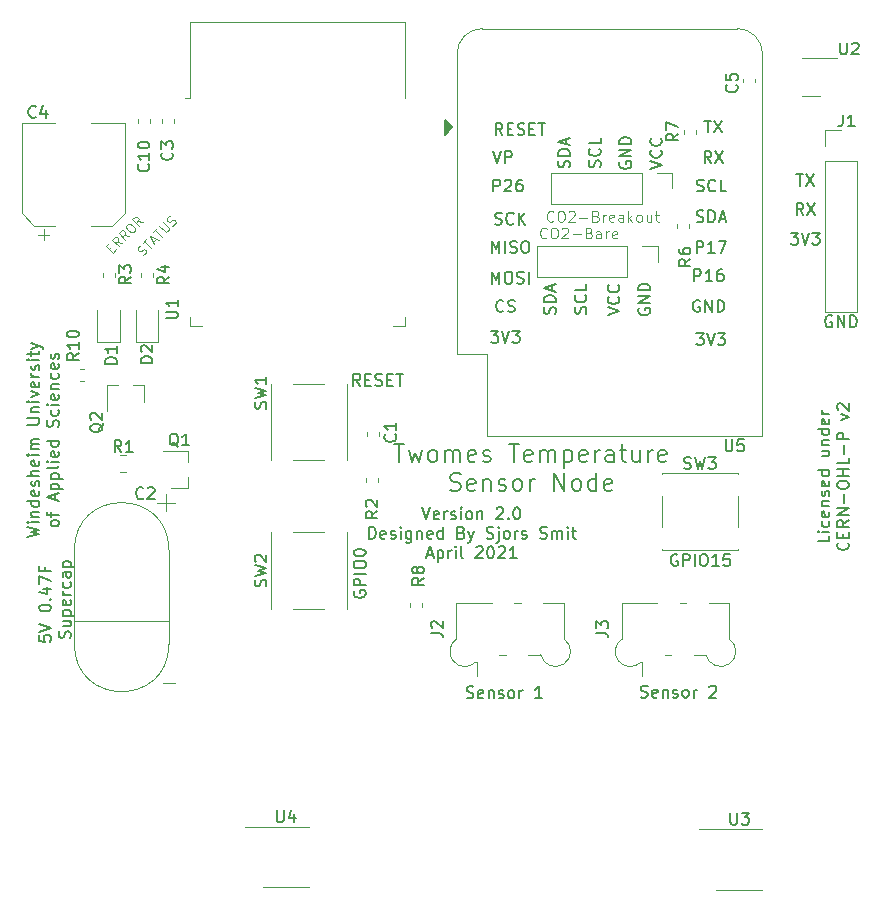
<source format=gto>
G04 #@! TF.GenerationSoftware,KiCad,Pcbnew,(5.1.7)-1*
G04 #@! TF.CreationDate,2021-06-27T15:04:39+02:00*
G04 #@! TF.ProjectId,TwomesSensor,54776f6d-6573-4536-956e-736f722e6b69,rev?*
G04 #@! TF.SameCoordinates,Original*
G04 #@! TF.FileFunction,Legend,Top*
G04 #@! TF.FilePolarity,Positive*
%FSLAX46Y46*%
G04 Gerber Fmt 4.6, Leading zero omitted, Abs format (unit mm)*
G04 Created by KiCad (PCBNEW (5.1.7)-1) date 2021-06-27 15:04:39*
%MOMM*%
%LPD*%
G01*
G04 APERTURE LIST*
%ADD10C,0.150000*%
%ADD11C,0.100000*%
%ADD12C,0.200000*%
%ADD13C,0.120000*%
%ADD14O,1.700000X1.700000*%
%ADD15R,1.700000X1.700000*%
%ADD16C,2.100000*%
%ADD17C,0.787400*%
%ADD18C,1.900000*%
%ADD19R,2.000000X0.900000*%
%ADD20R,0.900000X2.000000*%
%ADD21R,5.000000X5.000000*%
%ADD22R,2.000000X2.000000*%
%ADD23C,2.000000*%
%ADD24C,2.640000*%
%ADD25R,1.300000X1.550000*%
%ADD26C,1.524000*%
%ADD27R,1.500000X2.400000*%
%ADD28O,2.000000X1.600000*%
%ADD29R,1.550000X1.300000*%
%ADD30R,0.800000X0.900000*%
%ADD31R,0.900000X0.800000*%
%ADD32R,1.200000X2.000000*%
G04 APERTURE END LIST*
D10*
X116027380Y-75600000D02*
X116027380Y-76076190D01*
X115027380Y-76076190D01*
X116027380Y-75266666D02*
X115360714Y-75266666D01*
X115027380Y-75266666D02*
X115075000Y-75314285D01*
X115122619Y-75266666D01*
X115075000Y-75219047D01*
X115027380Y-75266666D01*
X115122619Y-75266666D01*
X115979761Y-74361904D02*
X116027380Y-74457142D01*
X116027380Y-74647619D01*
X115979761Y-74742857D01*
X115932142Y-74790476D01*
X115836904Y-74838095D01*
X115551190Y-74838095D01*
X115455952Y-74790476D01*
X115408333Y-74742857D01*
X115360714Y-74647619D01*
X115360714Y-74457142D01*
X115408333Y-74361904D01*
X115979761Y-73552380D02*
X116027380Y-73647619D01*
X116027380Y-73838095D01*
X115979761Y-73933333D01*
X115884523Y-73980952D01*
X115503571Y-73980952D01*
X115408333Y-73933333D01*
X115360714Y-73838095D01*
X115360714Y-73647619D01*
X115408333Y-73552380D01*
X115503571Y-73504761D01*
X115598809Y-73504761D01*
X115694047Y-73980952D01*
X115360714Y-73076190D02*
X116027380Y-73076190D01*
X115455952Y-73076190D02*
X115408333Y-73028571D01*
X115360714Y-72933333D01*
X115360714Y-72790476D01*
X115408333Y-72695238D01*
X115503571Y-72647619D01*
X116027380Y-72647619D01*
X115979761Y-72219047D02*
X116027380Y-72123809D01*
X116027380Y-71933333D01*
X115979761Y-71838095D01*
X115884523Y-71790476D01*
X115836904Y-71790476D01*
X115741666Y-71838095D01*
X115694047Y-71933333D01*
X115694047Y-72076190D01*
X115646428Y-72171428D01*
X115551190Y-72219047D01*
X115503571Y-72219047D01*
X115408333Y-72171428D01*
X115360714Y-72076190D01*
X115360714Y-71933333D01*
X115408333Y-71838095D01*
X115979761Y-70980952D02*
X116027380Y-71076190D01*
X116027380Y-71266666D01*
X115979761Y-71361904D01*
X115884523Y-71409523D01*
X115503571Y-71409523D01*
X115408333Y-71361904D01*
X115360714Y-71266666D01*
X115360714Y-71076190D01*
X115408333Y-70980952D01*
X115503571Y-70933333D01*
X115598809Y-70933333D01*
X115694047Y-71409523D01*
X116027380Y-70076190D02*
X115027380Y-70076190D01*
X115979761Y-70076190D02*
X116027380Y-70171428D01*
X116027380Y-70361904D01*
X115979761Y-70457142D01*
X115932142Y-70504761D01*
X115836904Y-70552380D01*
X115551190Y-70552380D01*
X115455952Y-70504761D01*
X115408333Y-70457142D01*
X115360714Y-70361904D01*
X115360714Y-70171428D01*
X115408333Y-70076190D01*
X115360714Y-68409523D02*
X116027380Y-68409523D01*
X115360714Y-68838095D02*
X115884523Y-68838095D01*
X115979761Y-68790476D01*
X116027380Y-68695238D01*
X116027380Y-68552380D01*
X115979761Y-68457142D01*
X115932142Y-68409523D01*
X115360714Y-67933333D02*
X116027380Y-67933333D01*
X115455952Y-67933333D02*
X115408333Y-67885714D01*
X115360714Y-67790476D01*
X115360714Y-67647619D01*
X115408333Y-67552380D01*
X115503571Y-67504761D01*
X116027380Y-67504761D01*
X116027380Y-66600000D02*
X115027380Y-66600000D01*
X115979761Y-66600000D02*
X116027380Y-66695238D01*
X116027380Y-66885714D01*
X115979761Y-66980952D01*
X115932142Y-67028571D01*
X115836904Y-67076190D01*
X115551190Y-67076190D01*
X115455952Y-67028571D01*
X115408333Y-66980952D01*
X115360714Y-66885714D01*
X115360714Y-66695238D01*
X115408333Y-66600000D01*
X115979761Y-65742857D02*
X116027380Y-65838095D01*
X116027380Y-66028571D01*
X115979761Y-66123809D01*
X115884523Y-66171428D01*
X115503571Y-66171428D01*
X115408333Y-66123809D01*
X115360714Y-66028571D01*
X115360714Y-65838095D01*
X115408333Y-65742857D01*
X115503571Y-65695238D01*
X115598809Y-65695238D01*
X115694047Y-66171428D01*
X116027380Y-65266666D02*
X115360714Y-65266666D01*
X115551190Y-65266666D02*
X115455952Y-65219047D01*
X115408333Y-65171428D01*
X115360714Y-65076190D01*
X115360714Y-64980952D01*
X117582142Y-76195238D02*
X117629761Y-76242857D01*
X117677380Y-76385714D01*
X117677380Y-76480952D01*
X117629761Y-76623809D01*
X117534523Y-76719047D01*
X117439285Y-76766666D01*
X117248809Y-76814285D01*
X117105952Y-76814285D01*
X116915476Y-76766666D01*
X116820238Y-76719047D01*
X116725000Y-76623809D01*
X116677380Y-76480952D01*
X116677380Y-76385714D01*
X116725000Y-76242857D01*
X116772619Y-76195238D01*
X117153571Y-75766666D02*
X117153571Y-75433333D01*
X117677380Y-75290476D02*
X117677380Y-75766666D01*
X116677380Y-75766666D01*
X116677380Y-75290476D01*
X117677380Y-74290476D02*
X117201190Y-74623809D01*
X117677380Y-74861904D02*
X116677380Y-74861904D01*
X116677380Y-74480952D01*
X116725000Y-74385714D01*
X116772619Y-74338095D01*
X116867857Y-74290476D01*
X117010714Y-74290476D01*
X117105952Y-74338095D01*
X117153571Y-74385714D01*
X117201190Y-74480952D01*
X117201190Y-74861904D01*
X117677380Y-73861904D02*
X116677380Y-73861904D01*
X117677380Y-73290476D01*
X116677380Y-73290476D01*
X117296428Y-72814285D02*
X117296428Y-72052380D01*
X116677380Y-71385714D02*
X116677380Y-71195238D01*
X116725000Y-71100000D01*
X116820238Y-71004761D01*
X117010714Y-70957142D01*
X117344047Y-70957142D01*
X117534523Y-71004761D01*
X117629761Y-71100000D01*
X117677380Y-71195238D01*
X117677380Y-71385714D01*
X117629761Y-71480952D01*
X117534523Y-71576190D01*
X117344047Y-71623809D01*
X117010714Y-71623809D01*
X116820238Y-71576190D01*
X116725000Y-71480952D01*
X116677380Y-71385714D01*
X117677380Y-70528571D02*
X116677380Y-70528571D01*
X117153571Y-70528571D02*
X117153571Y-69957142D01*
X117677380Y-69957142D02*
X116677380Y-69957142D01*
X117677380Y-69004761D02*
X117677380Y-69480952D01*
X116677380Y-69480952D01*
X117296428Y-68671428D02*
X117296428Y-67909523D01*
X117677380Y-67433333D02*
X116677380Y-67433333D01*
X116677380Y-67052380D01*
X116725000Y-66957142D01*
X116772619Y-66909523D01*
X116867857Y-66861904D01*
X117010714Y-66861904D01*
X117105952Y-66909523D01*
X117153571Y-66957142D01*
X117201190Y-67052380D01*
X117201190Y-67433333D01*
X117010714Y-65766666D02*
X117677380Y-65528571D01*
X117010714Y-65290476D01*
X116772619Y-64957142D02*
X116725000Y-64909523D01*
X116677380Y-64814285D01*
X116677380Y-64576190D01*
X116725000Y-64480952D01*
X116772619Y-64433333D01*
X116867857Y-64385714D01*
X116963095Y-64385714D01*
X117105952Y-64433333D01*
X117677380Y-65004761D01*
X117677380Y-64385714D01*
X92804761Y-56814285D02*
X92852380Y-56671428D01*
X92852380Y-56433333D01*
X92804761Y-56338095D01*
X92757142Y-56290476D01*
X92661904Y-56242857D01*
X92566666Y-56242857D01*
X92471428Y-56290476D01*
X92423809Y-56338095D01*
X92376190Y-56433333D01*
X92328571Y-56623809D01*
X92280952Y-56719047D01*
X92233333Y-56766666D01*
X92138095Y-56814285D01*
X92042857Y-56814285D01*
X91947619Y-56766666D01*
X91900000Y-56719047D01*
X91852380Y-56623809D01*
X91852380Y-56385714D01*
X91900000Y-56242857D01*
X92852380Y-55814285D02*
X91852380Y-55814285D01*
X91852380Y-55576190D01*
X91900000Y-55433333D01*
X91995238Y-55338095D01*
X92090476Y-55290476D01*
X92280952Y-55242857D01*
X92423809Y-55242857D01*
X92614285Y-55290476D01*
X92709523Y-55338095D01*
X92804761Y-55433333D01*
X92852380Y-55576190D01*
X92852380Y-55814285D01*
X92566666Y-54861904D02*
X92566666Y-54385714D01*
X92852380Y-54957142D02*
X91852380Y-54623809D01*
X92852380Y-54290476D01*
X97252380Y-56933333D02*
X98252380Y-56600000D01*
X97252380Y-56266666D01*
X98157142Y-55361904D02*
X98204761Y-55409523D01*
X98252380Y-55552380D01*
X98252380Y-55647619D01*
X98204761Y-55790476D01*
X98109523Y-55885714D01*
X98014285Y-55933333D01*
X97823809Y-55980952D01*
X97680952Y-55980952D01*
X97490476Y-55933333D01*
X97395238Y-55885714D01*
X97300000Y-55790476D01*
X97252380Y-55647619D01*
X97252380Y-55552380D01*
X97300000Y-55409523D01*
X97347619Y-55361904D01*
X98157142Y-54361904D02*
X98204761Y-54409523D01*
X98252380Y-54552380D01*
X98252380Y-54647619D01*
X98204761Y-54790476D01*
X98109523Y-54885714D01*
X98014285Y-54933333D01*
X97823809Y-54980952D01*
X97680952Y-54980952D01*
X97490476Y-54933333D01*
X97395238Y-54885714D01*
X97300000Y-54790476D01*
X97252380Y-54647619D01*
X97252380Y-54552380D01*
X97300000Y-54409523D01*
X97347619Y-54361904D01*
X99900000Y-56361904D02*
X99852380Y-56457142D01*
X99852380Y-56600000D01*
X99900000Y-56742857D01*
X99995238Y-56838095D01*
X100090476Y-56885714D01*
X100280952Y-56933333D01*
X100423809Y-56933333D01*
X100614285Y-56885714D01*
X100709523Y-56838095D01*
X100804761Y-56742857D01*
X100852380Y-56600000D01*
X100852380Y-56504761D01*
X100804761Y-56361904D01*
X100757142Y-56314285D01*
X100423809Y-56314285D01*
X100423809Y-56504761D01*
X100852380Y-55885714D02*
X99852380Y-55885714D01*
X100852380Y-55314285D01*
X99852380Y-55314285D01*
X100852380Y-54838095D02*
X99852380Y-54838095D01*
X99852380Y-54600000D01*
X99900000Y-54457142D01*
X99995238Y-54361904D01*
X100090476Y-54314285D01*
X100280952Y-54266666D01*
X100423809Y-54266666D01*
X100614285Y-54314285D01*
X100709523Y-54361904D01*
X100804761Y-54457142D01*
X100852380Y-54600000D01*
X100852380Y-54838095D01*
X95404761Y-56790476D02*
X95452380Y-56647619D01*
X95452380Y-56409523D01*
X95404761Y-56314285D01*
X95357142Y-56266666D01*
X95261904Y-56219047D01*
X95166666Y-56219047D01*
X95071428Y-56266666D01*
X95023809Y-56314285D01*
X94976190Y-56409523D01*
X94928571Y-56600000D01*
X94880952Y-56695238D01*
X94833333Y-56742857D01*
X94738095Y-56790476D01*
X94642857Y-56790476D01*
X94547619Y-56742857D01*
X94500000Y-56695238D01*
X94452380Y-56600000D01*
X94452380Y-56361904D01*
X94500000Y-56219047D01*
X95357142Y-55219047D02*
X95404761Y-55266666D01*
X95452380Y-55409523D01*
X95452380Y-55504761D01*
X95404761Y-55647619D01*
X95309523Y-55742857D01*
X95214285Y-55790476D01*
X95023809Y-55838095D01*
X94880952Y-55838095D01*
X94690476Y-55790476D01*
X94595238Y-55742857D01*
X94500000Y-55647619D01*
X94452380Y-55504761D01*
X94452380Y-55409523D01*
X94500000Y-55266666D01*
X94547619Y-55219047D01*
X95452380Y-54314285D02*
X95452380Y-54790476D01*
X94452380Y-54790476D01*
X48127380Y-75714285D02*
X49127380Y-75476190D01*
X48413095Y-75285714D01*
X49127380Y-75095238D01*
X48127380Y-74857142D01*
X49127380Y-74476190D02*
X48460714Y-74476190D01*
X48127380Y-74476190D02*
X48175000Y-74523809D01*
X48222619Y-74476190D01*
X48175000Y-74428571D01*
X48127380Y-74476190D01*
X48222619Y-74476190D01*
X48460714Y-74000000D02*
X49127380Y-74000000D01*
X48555952Y-74000000D02*
X48508333Y-73952380D01*
X48460714Y-73857142D01*
X48460714Y-73714285D01*
X48508333Y-73619047D01*
X48603571Y-73571428D01*
X49127380Y-73571428D01*
X49127380Y-72666666D02*
X48127380Y-72666666D01*
X49079761Y-72666666D02*
X49127380Y-72761904D01*
X49127380Y-72952380D01*
X49079761Y-73047619D01*
X49032142Y-73095238D01*
X48936904Y-73142857D01*
X48651190Y-73142857D01*
X48555952Y-73095238D01*
X48508333Y-73047619D01*
X48460714Y-72952380D01*
X48460714Y-72761904D01*
X48508333Y-72666666D01*
X49079761Y-71809523D02*
X49127380Y-71904761D01*
X49127380Y-72095238D01*
X49079761Y-72190476D01*
X48984523Y-72238095D01*
X48603571Y-72238095D01*
X48508333Y-72190476D01*
X48460714Y-72095238D01*
X48460714Y-71904761D01*
X48508333Y-71809523D01*
X48603571Y-71761904D01*
X48698809Y-71761904D01*
X48794047Y-72238095D01*
X49079761Y-71380952D02*
X49127380Y-71285714D01*
X49127380Y-71095238D01*
X49079761Y-71000000D01*
X48984523Y-70952380D01*
X48936904Y-70952380D01*
X48841666Y-71000000D01*
X48794047Y-71095238D01*
X48794047Y-71238095D01*
X48746428Y-71333333D01*
X48651190Y-71380952D01*
X48603571Y-71380952D01*
X48508333Y-71333333D01*
X48460714Y-71238095D01*
X48460714Y-71095238D01*
X48508333Y-71000000D01*
X49127380Y-70523809D02*
X48127380Y-70523809D01*
X49127380Y-70095238D02*
X48603571Y-70095238D01*
X48508333Y-70142857D01*
X48460714Y-70238095D01*
X48460714Y-70380952D01*
X48508333Y-70476190D01*
X48555952Y-70523809D01*
X49079761Y-69238095D02*
X49127380Y-69333333D01*
X49127380Y-69523809D01*
X49079761Y-69619047D01*
X48984523Y-69666666D01*
X48603571Y-69666666D01*
X48508333Y-69619047D01*
X48460714Y-69523809D01*
X48460714Y-69333333D01*
X48508333Y-69238095D01*
X48603571Y-69190476D01*
X48698809Y-69190476D01*
X48794047Y-69666666D01*
X49127380Y-68761904D02*
X48460714Y-68761904D01*
X48127380Y-68761904D02*
X48175000Y-68809523D01*
X48222619Y-68761904D01*
X48175000Y-68714285D01*
X48127380Y-68761904D01*
X48222619Y-68761904D01*
X49127380Y-68285714D02*
X48460714Y-68285714D01*
X48555952Y-68285714D02*
X48508333Y-68238095D01*
X48460714Y-68142857D01*
X48460714Y-68000000D01*
X48508333Y-67904761D01*
X48603571Y-67857142D01*
X49127380Y-67857142D01*
X48603571Y-67857142D02*
X48508333Y-67809523D01*
X48460714Y-67714285D01*
X48460714Y-67571428D01*
X48508333Y-67476190D01*
X48603571Y-67428571D01*
X49127380Y-67428571D01*
X48127380Y-66190476D02*
X48936904Y-66190476D01*
X49032142Y-66142857D01*
X49079761Y-66095238D01*
X49127380Y-65999999D01*
X49127380Y-65809523D01*
X49079761Y-65714285D01*
X49032142Y-65666666D01*
X48936904Y-65619047D01*
X48127380Y-65619047D01*
X48460714Y-65142857D02*
X49127380Y-65142857D01*
X48555952Y-65142857D02*
X48508333Y-65095238D01*
X48460714Y-65000000D01*
X48460714Y-64857142D01*
X48508333Y-64761904D01*
X48603571Y-64714285D01*
X49127380Y-64714285D01*
X49127380Y-64238095D02*
X48460714Y-64238095D01*
X48127380Y-64238095D02*
X48175000Y-64285714D01*
X48222619Y-64238095D01*
X48175000Y-64190476D01*
X48127380Y-64238095D01*
X48222619Y-64238095D01*
X48460714Y-63857142D02*
X49127380Y-63619047D01*
X48460714Y-63380952D01*
X49079761Y-62619047D02*
X49127380Y-62714285D01*
X49127380Y-62904761D01*
X49079761Y-63000000D01*
X48984523Y-63047619D01*
X48603571Y-63047619D01*
X48508333Y-63000000D01*
X48460714Y-62904761D01*
X48460714Y-62714285D01*
X48508333Y-62619047D01*
X48603571Y-62571428D01*
X48698809Y-62571428D01*
X48794047Y-63047619D01*
X49127380Y-62142857D02*
X48460714Y-62142857D01*
X48651190Y-62142857D02*
X48555952Y-62095238D01*
X48508333Y-62047619D01*
X48460714Y-61952380D01*
X48460714Y-61857142D01*
X49079761Y-61571428D02*
X49127380Y-61476190D01*
X49127380Y-61285714D01*
X49079761Y-61190476D01*
X48984523Y-61142857D01*
X48936904Y-61142857D01*
X48841666Y-61190476D01*
X48794047Y-61285714D01*
X48794047Y-61428571D01*
X48746428Y-61523809D01*
X48651190Y-61571428D01*
X48603571Y-61571428D01*
X48508333Y-61523809D01*
X48460714Y-61428571D01*
X48460714Y-61285714D01*
X48508333Y-61190476D01*
X49127380Y-60714285D02*
X48460714Y-60714285D01*
X48127380Y-60714285D02*
X48175000Y-60761904D01*
X48222619Y-60714285D01*
X48175000Y-60666666D01*
X48127380Y-60714285D01*
X48222619Y-60714285D01*
X48460714Y-60380952D02*
X48460714Y-60000000D01*
X48127380Y-60238095D02*
X48984523Y-60238095D01*
X49079761Y-60190476D01*
X49127380Y-60095238D01*
X49127380Y-60000000D01*
X48460714Y-59761904D02*
X49127380Y-59523809D01*
X48460714Y-59285714D02*
X49127380Y-59523809D01*
X49365476Y-59619047D01*
X49413095Y-59666666D01*
X49460714Y-59761904D01*
X50777380Y-74619047D02*
X50729761Y-74714285D01*
X50682142Y-74761904D01*
X50586904Y-74809523D01*
X50301190Y-74809523D01*
X50205952Y-74761904D01*
X50158333Y-74714285D01*
X50110714Y-74619047D01*
X50110714Y-74476190D01*
X50158333Y-74380952D01*
X50205952Y-74333333D01*
X50301190Y-74285714D01*
X50586904Y-74285714D01*
X50682142Y-74333333D01*
X50729761Y-74380952D01*
X50777380Y-74476190D01*
X50777380Y-74619047D01*
X50110714Y-74000000D02*
X50110714Y-73619047D01*
X50777380Y-73857142D02*
X49920238Y-73857142D01*
X49825000Y-73809523D01*
X49777380Y-73714285D01*
X49777380Y-73619047D01*
X50491666Y-72571428D02*
X50491666Y-72095238D01*
X50777380Y-72666666D02*
X49777380Y-72333333D01*
X50777380Y-72000000D01*
X50110714Y-71666666D02*
X51110714Y-71666666D01*
X50158333Y-71666666D02*
X50110714Y-71571428D01*
X50110714Y-71380952D01*
X50158333Y-71285714D01*
X50205952Y-71238095D01*
X50301190Y-71190476D01*
X50586904Y-71190476D01*
X50682142Y-71238095D01*
X50729761Y-71285714D01*
X50777380Y-71380952D01*
X50777380Y-71571428D01*
X50729761Y-71666666D01*
X50110714Y-70761904D02*
X51110714Y-70761904D01*
X50158333Y-70761904D02*
X50110714Y-70666666D01*
X50110714Y-70476190D01*
X50158333Y-70380952D01*
X50205952Y-70333333D01*
X50301190Y-70285714D01*
X50586904Y-70285714D01*
X50682142Y-70333333D01*
X50729761Y-70380952D01*
X50777380Y-70476190D01*
X50777380Y-70666666D01*
X50729761Y-70761904D01*
X50777380Y-69714285D02*
X50729761Y-69809523D01*
X50634523Y-69857142D01*
X49777380Y-69857142D01*
X50777380Y-69333333D02*
X50110714Y-69333333D01*
X49777380Y-69333333D02*
X49825000Y-69380952D01*
X49872619Y-69333333D01*
X49825000Y-69285714D01*
X49777380Y-69333333D01*
X49872619Y-69333333D01*
X50729761Y-68476190D02*
X50777380Y-68571428D01*
X50777380Y-68761904D01*
X50729761Y-68857142D01*
X50634523Y-68904761D01*
X50253571Y-68904761D01*
X50158333Y-68857142D01*
X50110714Y-68761904D01*
X50110714Y-68571428D01*
X50158333Y-68476190D01*
X50253571Y-68428571D01*
X50348809Y-68428571D01*
X50444047Y-68904761D01*
X50777380Y-67571428D02*
X49777380Y-67571428D01*
X50729761Y-67571428D02*
X50777380Y-67666666D01*
X50777380Y-67857142D01*
X50729761Y-67952380D01*
X50682142Y-68000000D01*
X50586904Y-68047619D01*
X50301190Y-68047619D01*
X50205952Y-68000000D01*
X50158333Y-67952380D01*
X50110714Y-67857142D01*
X50110714Y-67666666D01*
X50158333Y-67571428D01*
X50729761Y-66380952D02*
X50777380Y-66238095D01*
X50777380Y-66000000D01*
X50729761Y-65904761D01*
X50682142Y-65857142D01*
X50586904Y-65809523D01*
X50491666Y-65809523D01*
X50396428Y-65857142D01*
X50348809Y-65904761D01*
X50301190Y-66000000D01*
X50253571Y-66190476D01*
X50205952Y-66285714D01*
X50158333Y-66333333D01*
X50063095Y-66380952D01*
X49967857Y-66380952D01*
X49872619Y-66333333D01*
X49825000Y-66285714D01*
X49777380Y-66190476D01*
X49777380Y-65952380D01*
X49825000Y-65809523D01*
X50729761Y-64952380D02*
X50777380Y-65047619D01*
X50777380Y-65238095D01*
X50729761Y-65333333D01*
X50682142Y-65380952D01*
X50586904Y-65428571D01*
X50301190Y-65428571D01*
X50205952Y-65380952D01*
X50158333Y-65333333D01*
X50110714Y-65238095D01*
X50110714Y-65047619D01*
X50158333Y-64952380D01*
X50777380Y-64523809D02*
X50110714Y-64523809D01*
X49777380Y-64523809D02*
X49825000Y-64571428D01*
X49872619Y-64523809D01*
X49825000Y-64476190D01*
X49777380Y-64523809D01*
X49872619Y-64523809D01*
X50729761Y-63666666D02*
X50777380Y-63761904D01*
X50777380Y-63952380D01*
X50729761Y-64047619D01*
X50634523Y-64095238D01*
X50253571Y-64095238D01*
X50158333Y-64047619D01*
X50110714Y-63952380D01*
X50110714Y-63761904D01*
X50158333Y-63666666D01*
X50253571Y-63619047D01*
X50348809Y-63619047D01*
X50444047Y-64095238D01*
X50110714Y-63190476D02*
X50777380Y-63190476D01*
X50205952Y-63190476D02*
X50158333Y-63142857D01*
X50110714Y-63047619D01*
X50110714Y-62904761D01*
X50158333Y-62809523D01*
X50253571Y-62761904D01*
X50777380Y-62761904D01*
X50729761Y-61857142D02*
X50777380Y-61952380D01*
X50777380Y-62142857D01*
X50729761Y-62238095D01*
X50682142Y-62285714D01*
X50586904Y-62333333D01*
X50301190Y-62333333D01*
X50205952Y-62285714D01*
X50158333Y-62238095D01*
X50110714Y-62142857D01*
X50110714Y-61952380D01*
X50158333Y-61857142D01*
X50729761Y-61047619D02*
X50777380Y-61142857D01*
X50777380Y-61333333D01*
X50729761Y-61428571D01*
X50634523Y-61476190D01*
X50253571Y-61476190D01*
X50158333Y-61428571D01*
X50110714Y-61333333D01*
X50110714Y-61142857D01*
X50158333Y-61047619D01*
X50253571Y-61000000D01*
X50348809Y-61000000D01*
X50444047Y-61476190D01*
X50729761Y-60619047D02*
X50777380Y-60523809D01*
X50777380Y-60333333D01*
X50729761Y-60238095D01*
X50634523Y-60190476D01*
X50586904Y-60190476D01*
X50491666Y-60238095D01*
X50444047Y-60333333D01*
X50444047Y-60476190D01*
X50396428Y-60571428D01*
X50301190Y-60619047D01*
X50253571Y-60619047D01*
X50158333Y-60571428D01*
X50110714Y-60476190D01*
X50110714Y-60333333D01*
X50158333Y-60238095D01*
X87585714Y-46452380D02*
X87585714Y-45452380D01*
X87966666Y-45452380D01*
X88061904Y-45500000D01*
X88109523Y-45547619D01*
X88157142Y-45642857D01*
X88157142Y-45785714D01*
X88109523Y-45880952D01*
X88061904Y-45928571D01*
X87966666Y-45976190D01*
X87585714Y-45976190D01*
X88538095Y-45547619D02*
X88585714Y-45500000D01*
X88680952Y-45452380D01*
X88919047Y-45452380D01*
X89014285Y-45500000D01*
X89061904Y-45547619D01*
X89109523Y-45642857D01*
X89109523Y-45738095D01*
X89061904Y-45880952D01*
X88490476Y-46452380D01*
X89109523Y-46452380D01*
X89966666Y-45452380D02*
X89776190Y-45452380D01*
X89680952Y-45500000D01*
X89633333Y-45547619D01*
X89538095Y-45690476D01*
X89490476Y-45880952D01*
X89490476Y-46261904D01*
X89538095Y-46357142D01*
X89585714Y-46404761D01*
X89680952Y-46452380D01*
X89871428Y-46452380D01*
X89966666Y-46404761D01*
X90014285Y-46357142D01*
X90061904Y-46261904D01*
X90061904Y-46023809D01*
X90014285Y-45928571D01*
X89966666Y-45880952D01*
X89871428Y-45833333D01*
X89680952Y-45833333D01*
X89585714Y-45880952D01*
X89538095Y-45928571D01*
X89490476Y-46023809D01*
X88347619Y-41652380D02*
X88014285Y-41176190D01*
X87776190Y-41652380D02*
X87776190Y-40652380D01*
X88157142Y-40652380D01*
X88252380Y-40700000D01*
X88300000Y-40747619D01*
X88347619Y-40842857D01*
X88347619Y-40985714D01*
X88300000Y-41080952D01*
X88252380Y-41128571D01*
X88157142Y-41176190D01*
X87776190Y-41176190D01*
X88776190Y-41128571D02*
X89109523Y-41128571D01*
X89252380Y-41652380D02*
X88776190Y-41652380D01*
X88776190Y-40652380D01*
X89252380Y-40652380D01*
X89633333Y-41604761D02*
X89776190Y-41652380D01*
X90014285Y-41652380D01*
X90109523Y-41604761D01*
X90157142Y-41557142D01*
X90204761Y-41461904D01*
X90204761Y-41366666D01*
X90157142Y-41271428D01*
X90109523Y-41223809D01*
X90014285Y-41176190D01*
X89823809Y-41128571D01*
X89728571Y-41080952D01*
X89680952Y-41033333D01*
X89633333Y-40938095D01*
X89633333Y-40842857D01*
X89680952Y-40747619D01*
X89728571Y-40700000D01*
X89823809Y-40652380D01*
X90061904Y-40652380D01*
X90204761Y-40700000D01*
X90633333Y-41128571D02*
X90966666Y-41128571D01*
X91109523Y-41652380D02*
X90633333Y-41652380D01*
X90633333Y-40652380D01*
X91109523Y-40652380D01*
X91395238Y-40652380D02*
X91966666Y-40652380D01*
X91680952Y-41652380D02*
X91680952Y-40652380D01*
X87566666Y-43052380D02*
X87900000Y-44052380D01*
X88233333Y-43052380D01*
X88566666Y-44052380D02*
X88566666Y-43052380D01*
X88947619Y-43052380D01*
X89042857Y-43100000D01*
X89090476Y-43147619D01*
X89138095Y-43242857D01*
X89138095Y-43385714D01*
X89090476Y-43480952D01*
X89042857Y-43528571D01*
X88947619Y-43576190D01*
X88566666Y-43576190D01*
X87714285Y-49204761D02*
X87857142Y-49252380D01*
X88095238Y-49252380D01*
X88190476Y-49204761D01*
X88238095Y-49157142D01*
X88285714Y-49061904D01*
X88285714Y-48966666D01*
X88238095Y-48871428D01*
X88190476Y-48823809D01*
X88095238Y-48776190D01*
X87904761Y-48728571D01*
X87809523Y-48680952D01*
X87761904Y-48633333D01*
X87714285Y-48538095D01*
X87714285Y-48442857D01*
X87761904Y-48347619D01*
X87809523Y-48300000D01*
X87904761Y-48252380D01*
X88142857Y-48252380D01*
X88285714Y-48300000D01*
X89285714Y-49157142D02*
X89238095Y-49204761D01*
X89095238Y-49252380D01*
X89000000Y-49252380D01*
X88857142Y-49204761D01*
X88761904Y-49109523D01*
X88714285Y-49014285D01*
X88666666Y-48823809D01*
X88666666Y-48680952D01*
X88714285Y-48490476D01*
X88761904Y-48395238D01*
X88857142Y-48300000D01*
X89000000Y-48252380D01*
X89095238Y-48252380D01*
X89238095Y-48300000D01*
X89285714Y-48347619D01*
X89714285Y-49252380D02*
X89714285Y-48252380D01*
X90285714Y-49252380D02*
X89857142Y-48680952D01*
X90285714Y-48252380D02*
X89714285Y-48823809D01*
X87428571Y-51652380D02*
X87428571Y-50652380D01*
X87761904Y-51366666D01*
X88095238Y-50652380D01*
X88095238Y-51652380D01*
X88571428Y-51652380D02*
X88571428Y-50652380D01*
X89000000Y-51604761D02*
X89142857Y-51652380D01*
X89380952Y-51652380D01*
X89476190Y-51604761D01*
X89523809Y-51557142D01*
X89571428Y-51461904D01*
X89571428Y-51366666D01*
X89523809Y-51271428D01*
X89476190Y-51223809D01*
X89380952Y-51176190D01*
X89190476Y-51128571D01*
X89095238Y-51080952D01*
X89047619Y-51033333D01*
X89000000Y-50938095D01*
X89000000Y-50842857D01*
X89047619Y-50747619D01*
X89095238Y-50700000D01*
X89190476Y-50652380D01*
X89428571Y-50652380D01*
X89571428Y-50700000D01*
X90190476Y-50652380D02*
X90380952Y-50652380D01*
X90476190Y-50700000D01*
X90571428Y-50795238D01*
X90619047Y-50985714D01*
X90619047Y-51319047D01*
X90571428Y-51509523D01*
X90476190Y-51604761D01*
X90380952Y-51652380D01*
X90190476Y-51652380D01*
X90095238Y-51604761D01*
X90000000Y-51509523D01*
X89952380Y-51319047D01*
X89952380Y-50985714D01*
X90000000Y-50795238D01*
X90095238Y-50700000D01*
X90190476Y-50652380D01*
X87428571Y-54252380D02*
X87428571Y-53252380D01*
X87761904Y-53966666D01*
X88095238Y-53252380D01*
X88095238Y-54252380D01*
X88761904Y-53252380D02*
X88952380Y-53252380D01*
X89047619Y-53300000D01*
X89142857Y-53395238D01*
X89190476Y-53585714D01*
X89190476Y-53919047D01*
X89142857Y-54109523D01*
X89047619Y-54204761D01*
X88952380Y-54252380D01*
X88761904Y-54252380D01*
X88666666Y-54204761D01*
X88571428Y-54109523D01*
X88523809Y-53919047D01*
X88523809Y-53585714D01*
X88571428Y-53395238D01*
X88666666Y-53300000D01*
X88761904Y-53252380D01*
X89571428Y-54204761D02*
X89714285Y-54252380D01*
X89952380Y-54252380D01*
X90047619Y-54204761D01*
X90095238Y-54157142D01*
X90142857Y-54061904D01*
X90142857Y-53966666D01*
X90095238Y-53871428D01*
X90047619Y-53823809D01*
X89952380Y-53776190D01*
X89761904Y-53728571D01*
X89666666Y-53680952D01*
X89619047Y-53633333D01*
X89571428Y-53538095D01*
X89571428Y-53442857D01*
X89619047Y-53347619D01*
X89666666Y-53300000D01*
X89761904Y-53252380D01*
X90000000Y-53252380D01*
X90142857Y-53300000D01*
X90571428Y-54252380D02*
X90571428Y-53252380D01*
X88433333Y-56557142D02*
X88385714Y-56604761D01*
X88242857Y-56652380D01*
X88147619Y-56652380D01*
X88004761Y-56604761D01*
X87909523Y-56509523D01*
X87861904Y-56414285D01*
X87814285Y-56223809D01*
X87814285Y-56080952D01*
X87861904Y-55890476D01*
X87909523Y-55795238D01*
X88004761Y-55700000D01*
X88147619Y-55652380D01*
X88242857Y-55652380D01*
X88385714Y-55700000D01*
X88433333Y-55747619D01*
X88814285Y-56604761D02*
X88957142Y-56652380D01*
X89195238Y-56652380D01*
X89290476Y-56604761D01*
X89338095Y-56557142D01*
X89385714Y-56461904D01*
X89385714Y-56366666D01*
X89338095Y-56271428D01*
X89290476Y-56223809D01*
X89195238Y-56176190D01*
X89004761Y-56128571D01*
X88909523Y-56080952D01*
X88861904Y-56033333D01*
X88814285Y-55938095D01*
X88814285Y-55842857D01*
X88861904Y-55747619D01*
X88909523Y-55700000D01*
X89004761Y-55652380D01*
X89242857Y-55652380D01*
X89385714Y-55700000D01*
X87361904Y-58252380D02*
X87980952Y-58252380D01*
X87647619Y-58633333D01*
X87790476Y-58633333D01*
X87885714Y-58680952D01*
X87933333Y-58728571D01*
X87980952Y-58823809D01*
X87980952Y-59061904D01*
X87933333Y-59157142D01*
X87885714Y-59204761D01*
X87790476Y-59252380D01*
X87504761Y-59252380D01*
X87409523Y-59204761D01*
X87361904Y-59157142D01*
X88266666Y-58252380D02*
X88600000Y-59252380D01*
X88933333Y-58252380D01*
X89171428Y-58252380D02*
X89790476Y-58252380D01*
X89457142Y-58633333D01*
X89600000Y-58633333D01*
X89695238Y-58680952D01*
X89742857Y-58728571D01*
X89790476Y-58823809D01*
X89790476Y-59061904D01*
X89742857Y-59157142D01*
X89695238Y-59204761D01*
X89600000Y-59252380D01*
X89314285Y-59252380D01*
X89219047Y-59204761D01*
X89171428Y-59157142D01*
X104761904Y-58452380D02*
X105380952Y-58452380D01*
X105047619Y-58833333D01*
X105190476Y-58833333D01*
X105285714Y-58880952D01*
X105333333Y-58928571D01*
X105380952Y-59023809D01*
X105380952Y-59261904D01*
X105333333Y-59357142D01*
X105285714Y-59404761D01*
X105190476Y-59452380D01*
X104904761Y-59452380D01*
X104809523Y-59404761D01*
X104761904Y-59357142D01*
X105666666Y-58452380D02*
X106000000Y-59452380D01*
X106333333Y-58452380D01*
X106571428Y-58452380D02*
X107190476Y-58452380D01*
X106857142Y-58833333D01*
X107000000Y-58833333D01*
X107095238Y-58880952D01*
X107142857Y-58928571D01*
X107190476Y-59023809D01*
X107190476Y-59261904D01*
X107142857Y-59357142D01*
X107095238Y-59404761D01*
X107000000Y-59452380D01*
X106714285Y-59452380D01*
X106619047Y-59404761D01*
X106571428Y-59357142D01*
X105038095Y-55700000D02*
X104942857Y-55652380D01*
X104800000Y-55652380D01*
X104657142Y-55700000D01*
X104561904Y-55795238D01*
X104514285Y-55890476D01*
X104466666Y-56080952D01*
X104466666Y-56223809D01*
X104514285Y-56414285D01*
X104561904Y-56509523D01*
X104657142Y-56604761D01*
X104800000Y-56652380D01*
X104895238Y-56652380D01*
X105038095Y-56604761D01*
X105085714Y-56557142D01*
X105085714Y-56223809D01*
X104895238Y-56223809D01*
X105514285Y-56652380D02*
X105514285Y-55652380D01*
X106085714Y-56652380D01*
X106085714Y-55652380D01*
X106561904Y-56652380D02*
X106561904Y-55652380D01*
X106800000Y-55652380D01*
X106942857Y-55700000D01*
X107038095Y-55795238D01*
X107085714Y-55890476D01*
X107133333Y-56080952D01*
X107133333Y-56223809D01*
X107085714Y-56414285D01*
X107038095Y-56509523D01*
X106942857Y-56604761D01*
X106800000Y-56652380D01*
X106561904Y-56652380D01*
X104585714Y-54052380D02*
X104585714Y-53052380D01*
X104966666Y-53052380D01*
X105061904Y-53100000D01*
X105109523Y-53147619D01*
X105157142Y-53242857D01*
X105157142Y-53385714D01*
X105109523Y-53480952D01*
X105061904Y-53528571D01*
X104966666Y-53576190D01*
X104585714Y-53576190D01*
X106109523Y-54052380D02*
X105538095Y-54052380D01*
X105823809Y-54052380D02*
X105823809Y-53052380D01*
X105728571Y-53195238D01*
X105633333Y-53290476D01*
X105538095Y-53338095D01*
X106966666Y-53052380D02*
X106776190Y-53052380D01*
X106680952Y-53100000D01*
X106633333Y-53147619D01*
X106538095Y-53290476D01*
X106490476Y-53480952D01*
X106490476Y-53861904D01*
X106538095Y-53957142D01*
X106585714Y-54004761D01*
X106680952Y-54052380D01*
X106871428Y-54052380D01*
X106966666Y-54004761D01*
X107014285Y-53957142D01*
X107061904Y-53861904D01*
X107061904Y-53623809D01*
X107014285Y-53528571D01*
X106966666Y-53480952D01*
X106871428Y-53433333D01*
X106680952Y-53433333D01*
X106585714Y-53480952D01*
X106538095Y-53528571D01*
X106490476Y-53623809D01*
X104785714Y-51652380D02*
X104785714Y-50652380D01*
X105166666Y-50652380D01*
X105261904Y-50700000D01*
X105309523Y-50747619D01*
X105357142Y-50842857D01*
X105357142Y-50985714D01*
X105309523Y-51080952D01*
X105261904Y-51128571D01*
X105166666Y-51176190D01*
X104785714Y-51176190D01*
X106309523Y-51652380D02*
X105738095Y-51652380D01*
X106023809Y-51652380D02*
X106023809Y-50652380D01*
X105928571Y-50795238D01*
X105833333Y-50890476D01*
X105738095Y-50938095D01*
X106642857Y-50652380D02*
X107309523Y-50652380D01*
X106880952Y-51652380D01*
X104785714Y-49004761D02*
X104928571Y-49052380D01*
X105166666Y-49052380D01*
X105261904Y-49004761D01*
X105309523Y-48957142D01*
X105357142Y-48861904D01*
X105357142Y-48766666D01*
X105309523Y-48671428D01*
X105261904Y-48623809D01*
X105166666Y-48576190D01*
X104976190Y-48528571D01*
X104880952Y-48480952D01*
X104833333Y-48433333D01*
X104785714Y-48338095D01*
X104785714Y-48242857D01*
X104833333Y-48147619D01*
X104880952Y-48100000D01*
X104976190Y-48052380D01*
X105214285Y-48052380D01*
X105357142Y-48100000D01*
X105785714Y-49052380D02*
X105785714Y-48052380D01*
X106023809Y-48052380D01*
X106166666Y-48100000D01*
X106261904Y-48195238D01*
X106309523Y-48290476D01*
X106357142Y-48480952D01*
X106357142Y-48623809D01*
X106309523Y-48814285D01*
X106261904Y-48909523D01*
X106166666Y-49004761D01*
X106023809Y-49052380D01*
X105785714Y-49052380D01*
X106738095Y-48766666D02*
X107214285Y-48766666D01*
X106642857Y-49052380D02*
X106976190Y-48052380D01*
X107309523Y-49052380D01*
X104809523Y-46404761D02*
X104952380Y-46452380D01*
X105190476Y-46452380D01*
X105285714Y-46404761D01*
X105333333Y-46357142D01*
X105380952Y-46261904D01*
X105380952Y-46166666D01*
X105333333Y-46071428D01*
X105285714Y-46023809D01*
X105190476Y-45976190D01*
X105000000Y-45928571D01*
X104904761Y-45880952D01*
X104857142Y-45833333D01*
X104809523Y-45738095D01*
X104809523Y-45642857D01*
X104857142Y-45547619D01*
X104904761Y-45500000D01*
X105000000Y-45452380D01*
X105238095Y-45452380D01*
X105380952Y-45500000D01*
X106380952Y-46357142D02*
X106333333Y-46404761D01*
X106190476Y-46452380D01*
X106095238Y-46452380D01*
X105952380Y-46404761D01*
X105857142Y-46309523D01*
X105809523Y-46214285D01*
X105761904Y-46023809D01*
X105761904Y-45880952D01*
X105809523Y-45690476D01*
X105857142Y-45595238D01*
X105952380Y-45500000D01*
X106095238Y-45452380D01*
X106190476Y-45452380D01*
X106333333Y-45500000D01*
X106380952Y-45547619D01*
X107285714Y-46452380D02*
X106809523Y-46452380D01*
X106809523Y-45452380D01*
X106033333Y-44052380D02*
X105700000Y-43576190D01*
X105461904Y-44052380D02*
X105461904Y-43052380D01*
X105842857Y-43052380D01*
X105938095Y-43100000D01*
X105985714Y-43147619D01*
X106033333Y-43242857D01*
X106033333Y-43385714D01*
X105985714Y-43480952D01*
X105938095Y-43528571D01*
X105842857Y-43576190D01*
X105461904Y-43576190D01*
X106366666Y-43052380D02*
X107033333Y-44052380D01*
X107033333Y-43052380D02*
X106366666Y-44052380D01*
X105438095Y-40452380D02*
X106009523Y-40452380D01*
X105723809Y-41452380D02*
X105723809Y-40452380D01*
X106247619Y-40452380D02*
X106914285Y-41452380D01*
X106914285Y-40452380D02*
X106247619Y-41452380D01*
X100852380Y-44533333D02*
X101852380Y-44200000D01*
X100852380Y-43866666D01*
X101757142Y-42961904D02*
X101804761Y-43009523D01*
X101852380Y-43152380D01*
X101852380Y-43247619D01*
X101804761Y-43390476D01*
X101709523Y-43485714D01*
X101614285Y-43533333D01*
X101423809Y-43580952D01*
X101280952Y-43580952D01*
X101090476Y-43533333D01*
X100995238Y-43485714D01*
X100900000Y-43390476D01*
X100852380Y-43247619D01*
X100852380Y-43152380D01*
X100900000Y-43009523D01*
X100947619Y-42961904D01*
X101757142Y-41961904D02*
X101804761Y-42009523D01*
X101852380Y-42152380D01*
X101852380Y-42247619D01*
X101804761Y-42390476D01*
X101709523Y-42485714D01*
X101614285Y-42533333D01*
X101423809Y-42580952D01*
X101280952Y-42580952D01*
X101090476Y-42533333D01*
X100995238Y-42485714D01*
X100900000Y-42390476D01*
X100852380Y-42247619D01*
X100852380Y-42152380D01*
X100900000Y-42009523D01*
X100947619Y-41961904D01*
X98300000Y-43961904D02*
X98252380Y-44057142D01*
X98252380Y-44200000D01*
X98300000Y-44342857D01*
X98395238Y-44438095D01*
X98490476Y-44485714D01*
X98680952Y-44533333D01*
X98823809Y-44533333D01*
X99014285Y-44485714D01*
X99109523Y-44438095D01*
X99204761Y-44342857D01*
X99252380Y-44200000D01*
X99252380Y-44104761D01*
X99204761Y-43961904D01*
X99157142Y-43914285D01*
X98823809Y-43914285D01*
X98823809Y-44104761D01*
X99252380Y-43485714D02*
X98252380Y-43485714D01*
X99252380Y-42914285D01*
X98252380Y-42914285D01*
X99252380Y-42438095D02*
X98252380Y-42438095D01*
X98252380Y-42200000D01*
X98300000Y-42057142D01*
X98395238Y-41961904D01*
X98490476Y-41914285D01*
X98680952Y-41866666D01*
X98823809Y-41866666D01*
X99014285Y-41914285D01*
X99109523Y-41961904D01*
X99204761Y-42057142D01*
X99252380Y-42200000D01*
X99252380Y-42438095D01*
X96604761Y-44390476D02*
X96652380Y-44247619D01*
X96652380Y-44009523D01*
X96604761Y-43914285D01*
X96557142Y-43866666D01*
X96461904Y-43819047D01*
X96366666Y-43819047D01*
X96271428Y-43866666D01*
X96223809Y-43914285D01*
X96176190Y-44009523D01*
X96128571Y-44200000D01*
X96080952Y-44295238D01*
X96033333Y-44342857D01*
X95938095Y-44390476D01*
X95842857Y-44390476D01*
X95747619Y-44342857D01*
X95700000Y-44295238D01*
X95652380Y-44200000D01*
X95652380Y-43961904D01*
X95700000Y-43819047D01*
X96557142Y-42819047D02*
X96604761Y-42866666D01*
X96652380Y-43009523D01*
X96652380Y-43104761D01*
X96604761Y-43247619D01*
X96509523Y-43342857D01*
X96414285Y-43390476D01*
X96223809Y-43438095D01*
X96080952Y-43438095D01*
X95890476Y-43390476D01*
X95795238Y-43342857D01*
X95700000Y-43247619D01*
X95652380Y-43104761D01*
X95652380Y-43009523D01*
X95700000Y-42866666D01*
X95747619Y-42819047D01*
X96652380Y-41914285D02*
X96652380Y-42390476D01*
X95652380Y-42390476D01*
X94004761Y-44414285D02*
X94052380Y-44271428D01*
X94052380Y-44033333D01*
X94004761Y-43938095D01*
X93957142Y-43890476D01*
X93861904Y-43842857D01*
X93766666Y-43842857D01*
X93671428Y-43890476D01*
X93623809Y-43938095D01*
X93576190Y-44033333D01*
X93528571Y-44223809D01*
X93480952Y-44319047D01*
X93433333Y-44366666D01*
X93338095Y-44414285D01*
X93242857Y-44414285D01*
X93147619Y-44366666D01*
X93100000Y-44319047D01*
X93052380Y-44223809D01*
X93052380Y-43985714D01*
X93100000Y-43842857D01*
X94052380Y-43414285D02*
X93052380Y-43414285D01*
X93052380Y-43176190D01*
X93100000Y-43033333D01*
X93195238Y-42938095D01*
X93290476Y-42890476D01*
X93480952Y-42842857D01*
X93623809Y-42842857D01*
X93814285Y-42890476D01*
X93909523Y-42938095D01*
X94004761Y-43033333D01*
X94052380Y-43176190D01*
X94052380Y-43414285D01*
X93766666Y-42461904D02*
X93766666Y-41985714D01*
X94052380Y-42557142D02*
X93052380Y-42223809D01*
X94052380Y-41890476D01*
X100059523Y-89254761D02*
X100202380Y-89302380D01*
X100440476Y-89302380D01*
X100535714Y-89254761D01*
X100583333Y-89207142D01*
X100630952Y-89111904D01*
X100630952Y-89016666D01*
X100583333Y-88921428D01*
X100535714Y-88873809D01*
X100440476Y-88826190D01*
X100250000Y-88778571D01*
X100154761Y-88730952D01*
X100107142Y-88683333D01*
X100059523Y-88588095D01*
X100059523Y-88492857D01*
X100107142Y-88397619D01*
X100154761Y-88350000D01*
X100250000Y-88302380D01*
X100488095Y-88302380D01*
X100630952Y-88350000D01*
X101440476Y-89254761D02*
X101345238Y-89302380D01*
X101154761Y-89302380D01*
X101059523Y-89254761D01*
X101011904Y-89159523D01*
X101011904Y-88778571D01*
X101059523Y-88683333D01*
X101154761Y-88635714D01*
X101345238Y-88635714D01*
X101440476Y-88683333D01*
X101488095Y-88778571D01*
X101488095Y-88873809D01*
X101011904Y-88969047D01*
X101916666Y-88635714D02*
X101916666Y-89302380D01*
X101916666Y-88730952D02*
X101964285Y-88683333D01*
X102059523Y-88635714D01*
X102202380Y-88635714D01*
X102297619Y-88683333D01*
X102345238Y-88778571D01*
X102345238Y-89302380D01*
X102773809Y-89254761D02*
X102869047Y-89302380D01*
X103059523Y-89302380D01*
X103154761Y-89254761D01*
X103202380Y-89159523D01*
X103202380Y-89111904D01*
X103154761Y-89016666D01*
X103059523Y-88969047D01*
X102916666Y-88969047D01*
X102821428Y-88921428D01*
X102773809Y-88826190D01*
X102773809Y-88778571D01*
X102821428Y-88683333D01*
X102916666Y-88635714D01*
X103059523Y-88635714D01*
X103154761Y-88683333D01*
X103773809Y-89302380D02*
X103678571Y-89254761D01*
X103630952Y-89207142D01*
X103583333Y-89111904D01*
X103583333Y-88826190D01*
X103630952Y-88730952D01*
X103678571Y-88683333D01*
X103773809Y-88635714D01*
X103916666Y-88635714D01*
X104011904Y-88683333D01*
X104059523Y-88730952D01*
X104107142Y-88826190D01*
X104107142Y-89111904D01*
X104059523Y-89207142D01*
X104011904Y-89254761D01*
X103916666Y-89302380D01*
X103773809Y-89302380D01*
X104535714Y-89302380D02*
X104535714Y-88635714D01*
X104535714Y-88826190D02*
X104583333Y-88730952D01*
X104630952Y-88683333D01*
X104726190Y-88635714D01*
X104821428Y-88635714D01*
X105869047Y-88397619D02*
X105916666Y-88350000D01*
X106011904Y-88302380D01*
X106250000Y-88302380D01*
X106345238Y-88350000D01*
X106392857Y-88397619D01*
X106440476Y-88492857D01*
X106440476Y-88588095D01*
X106392857Y-88730952D01*
X105821428Y-89302380D01*
X106440476Y-89302380D01*
X85309523Y-89304761D02*
X85452380Y-89352380D01*
X85690476Y-89352380D01*
X85785714Y-89304761D01*
X85833333Y-89257142D01*
X85880952Y-89161904D01*
X85880952Y-89066666D01*
X85833333Y-88971428D01*
X85785714Y-88923809D01*
X85690476Y-88876190D01*
X85500000Y-88828571D01*
X85404761Y-88780952D01*
X85357142Y-88733333D01*
X85309523Y-88638095D01*
X85309523Y-88542857D01*
X85357142Y-88447619D01*
X85404761Y-88400000D01*
X85500000Y-88352380D01*
X85738095Y-88352380D01*
X85880952Y-88400000D01*
X86690476Y-89304761D02*
X86595238Y-89352380D01*
X86404761Y-89352380D01*
X86309523Y-89304761D01*
X86261904Y-89209523D01*
X86261904Y-88828571D01*
X86309523Y-88733333D01*
X86404761Y-88685714D01*
X86595238Y-88685714D01*
X86690476Y-88733333D01*
X86738095Y-88828571D01*
X86738095Y-88923809D01*
X86261904Y-89019047D01*
X87166666Y-88685714D02*
X87166666Y-89352380D01*
X87166666Y-88780952D02*
X87214285Y-88733333D01*
X87309523Y-88685714D01*
X87452380Y-88685714D01*
X87547619Y-88733333D01*
X87595238Y-88828571D01*
X87595238Y-89352380D01*
X88023809Y-89304761D02*
X88119047Y-89352380D01*
X88309523Y-89352380D01*
X88404761Y-89304761D01*
X88452380Y-89209523D01*
X88452380Y-89161904D01*
X88404761Y-89066666D01*
X88309523Y-89019047D01*
X88166666Y-89019047D01*
X88071428Y-88971428D01*
X88023809Y-88876190D01*
X88023809Y-88828571D01*
X88071428Y-88733333D01*
X88166666Y-88685714D01*
X88309523Y-88685714D01*
X88404761Y-88733333D01*
X89023809Y-89352380D02*
X88928571Y-89304761D01*
X88880952Y-89257142D01*
X88833333Y-89161904D01*
X88833333Y-88876190D01*
X88880952Y-88780952D01*
X88928571Y-88733333D01*
X89023809Y-88685714D01*
X89166666Y-88685714D01*
X89261904Y-88733333D01*
X89309523Y-88780952D01*
X89357142Y-88876190D01*
X89357142Y-89161904D01*
X89309523Y-89257142D01*
X89261904Y-89304761D01*
X89166666Y-89352380D01*
X89023809Y-89352380D01*
X89785714Y-89352380D02*
X89785714Y-88685714D01*
X89785714Y-88876190D02*
X89833333Y-88780952D01*
X89880952Y-88733333D01*
X89976190Y-88685714D01*
X90071428Y-88685714D01*
X91690476Y-89352380D02*
X91119047Y-89352380D01*
X91404761Y-89352380D02*
X91404761Y-88352380D01*
X91309523Y-88495238D01*
X91214285Y-88590476D01*
X91119047Y-88638095D01*
X49127380Y-84047619D02*
X49127380Y-84523809D01*
X49603571Y-84571428D01*
X49555952Y-84523809D01*
X49508333Y-84428571D01*
X49508333Y-84190476D01*
X49555952Y-84095238D01*
X49603571Y-84047619D01*
X49698809Y-84000000D01*
X49936904Y-84000000D01*
X50032142Y-84047619D01*
X50079761Y-84095238D01*
X50127380Y-84190476D01*
X50127380Y-84428571D01*
X50079761Y-84523809D01*
X50032142Y-84571428D01*
X49127380Y-83714285D02*
X50127380Y-83380952D01*
X49127380Y-83047619D01*
X49127380Y-81761904D02*
X49127380Y-81666666D01*
X49175000Y-81571428D01*
X49222619Y-81523809D01*
X49317857Y-81476190D01*
X49508333Y-81428571D01*
X49746428Y-81428571D01*
X49936904Y-81476190D01*
X50032142Y-81523809D01*
X50079761Y-81571428D01*
X50127380Y-81666666D01*
X50127380Y-81761904D01*
X50079761Y-81857142D01*
X50032142Y-81904761D01*
X49936904Y-81952380D01*
X49746428Y-82000000D01*
X49508333Y-82000000D01*
X49317857Y-81952380D01*
X49222619Y-81904761D01*
X49175000Y-81857142D01*
X49127380Y-81761904D01*
X50032142Y-81000000D02*
X50079761Y-80952380D01*
X50127380Y-81000000D01*
X50079761Y-81047619D01*
X50032142Y-81000000D01*
X50127380Y-81000000D01*
X49460714Y-80095238D02*
X50127380Y-80095238D01*
X49079761Y-80333333D02*
X49794047Y-80571428D01*
X49794047Y-79952380D01*
X49127380Y-79666666D02*
X49127380Y-79000000D01*
X50127380Y-79428571D01*
X49603571Y-78285714D02*
X49603571Y-78619047D01*
X50127380Y-78619047D02*
X49127380Y-78619047D01*
X49127380Y-78142857D01*
X51729761Y-84261904D02*
X51777380Y-84119047D01*
X51777380Y-83880952D01*
X51729761Y-83785714D01*
X51682142Y-83738095D01*
X51586904Y-83690476D01*
X51491666Y-83690476D01*
X51396428Y-83738095D01*
X51348809Y-83785714D01*
X51301190Y-83880952D01*
X51253571Y-84071428D01*
X51205952Y-84166666D01*
X51158333Y-84214285D01*
X51063095Y-84261904D01*
X50967857Y-84261904D01*
X50872619Y-84214285D01*
X50825000Y-84166666D01*
X50777380Y-84071428D01*
X50777380Y-83833333D01*
X50825000Y-83690476D01*
X51110714Y-82833333D02*
X51777380Y-82833333D01*
X51110714Y-83261904D02*
X51634523Y-83261904D01*
X51729761Y-83214285D01*
X51777380Y-83119047D01*
X51777380Y-82976190D01*
X51729761Y-82880952D01*
X51682142Y-82833333D01*
X51110714Y-82357142D02*
X52110714Y-82357142D01*
X51158333Y-82357142D02*
X51110714Y-82261904D01*
X51110714Y-82071428D01*
X51158333Y-81976190D01*
X51205952Y-81928571D01*
X51301190Y-81880952D01*
X51586904Y-81880952D01*
X51682142Y-81928571D01*
X51729761Y-81976190D01*
X51777380Y-82071428D01*
X51777380Y-82261904D01*
X51729761Y-82357142D01*
X51729761Y-81071428D02*
X51777380Y-81166666D01*
X51777380Y-81357142D01*
X51729761Y-81452380D01*
X51634523Y-81500000D01*
X51253571Y-81500000D01*
X51158333Y-81452380D01*
X51110714Y-81357142D01*
X51110714Y-81166666D01*
X51158333Y-81071428D01*
X51253571Y-81023809D01*
X51348809Y-81023809D01*
X51444047Y-81500000D01*
X51777380Y-80595238D02*
X51110714Y-80595238D01*
X51301190Y-80595238D02*
X51205952Y-80547619D01*
X51158333Y-80500000D01*
X51110714Y-80404761D01*
X51110714Y-80309523D01*
X51729761Y-79547619D02*
X51777380Y-79642857D01*
X51777380Y-79833333D01*
X51729761Y-79928571D01*
X51682142Y-79976190D01*
X51586904Y-80023809D01*
X51301190Y-80023809D01*
X51205952Y-79976190D01*
X51158333Y-79928571D01*
X51110714Y-79833333D01*
X51110714Y-79642857D01*
X51158333Y-79547619D01*
X51777380Y-78690476D02*
X51253571Y-78690476D01*
X51158333Y-78738095D01*
X51110714Y-78833333D01*
X51110714Y-79023809D01*
X51158333Y-79119047D01*
X51729761Y-78690476D02*
X51777380Y-78785714D01*
X51777380Y-79023809D01*
X51729761Y-79119047D01*
X51634523Y-79166666D01*
X51539285Y-79166666D01*
X51444047Y-79119047D01*
X51396428Y-79023809D01*
X51396428Y-78785714D01*
X51348809Y-78690476D01*
X51110714Y-78214285D02*
X52110714Y-78214285D01*
X51158333Y-78214285D02*
X51110714Y-78119047D01*
X51110714Y-77928571D01*
X51158333Y-77833333D01*
X51205952Y-77785714D01*
X51301190Y-77738095D01*
X51586904Y-77738095D01*
X51682142Y-77785714D01*
X51729761Y-77833333D01*
X51777380Y-77928571D01*
X51777380Y-78119047D01*
X51729761Y-78214285D01*
D11*
X55043536Y-51325651D02*
X55232097Y-51137089D01*
X55609221Y-51352589D02*
X55339847Y-51621963D01*
X54774162Y-51056277D01*
X55043536Y-50786903D01*
X56174906Y-50786903D02*
X55716971Y-50706091D01*
X55851658Y-51110152D02*
X55285972Y-50544467D01*
X55501471Y-50328967D01*
X55582284Y-50302030D01*
X55636158Y-50302030D01*
X55716971Y-50328967D01*
X55797783Y-50409780D01*
X55824720Y-50490592D01*
X55824720Y-50544467D01*
X55797783Y-50625279D01*
X55582284Y-50840778D01*
X56740592Y-50221218D02*
X56282656Y-50140406D01*
X56417343Y-50544467D02*
X55851658Y-49978781D01*
X56067157Y-49763282D01*
X56147969Y-49736345D01*
X56201844Y-49736345D01*
X56282656Y-49763282D01*
X56363468Y-49844094D01*
X56390406Y-49924906D01*
X56390406Y-49978781D01*
X56363468Y-50059593D01*
X56147969Y-50275093D01*
X56525093Y-49305346D02*
X56632842Y-49197597D01*
X56713654Y-49170659D01*
X56821404Y-49170659D01*
X56956091Y-49251471D01*
X57144653Y-49440033D01*
X57225465Y-49574720D01*
X57225465Y-49682470D01*
X57198528Y-49763282D01*
X57090778Y-49871032D01*
X57009966Y-49897969D01*
X56902216Y-49897969D01*
X56767529Y-49817157D01*
X56578967Y-49628595D01*
X56498155Y-49493908D01*
X56498155Y-49386158D01*
X56525093Y-49305346D01*
X57898900Y-49062910D02*
X57440964Y-48982097D01*
X57575651Y-49386158D02*
X57009966Y-48820473D01*
X57225465Y-48604974D01*
X57306277Y-48578036D01*
X57360152Y-48578036D01*
X57440964Y-48604974D01*
X57521776Y-48685786D01*
X57548714Y-48766598D01*
X57548714Y-48820473D01*
X57521776Y-48901285D01*
X57306277Y-49116784D01*
X57928223Y-51829712D02*
X58035972Y-51775837D01*
X58170659Y-51641150D01*
X58197597Y-51560338D01*
X58197597Y-51506463D01*
X58170659Y-51425651D01*
X58116784Y-51371776D01*
X58035972Y-51344839D01*
X57982097Y-51344839D01*
X57901285Y-51371776D01*
X57766598Y-51452589D01*
X57685786Y-51479526D01*
X57631911Y-51479526D01*
X57551099Y-51452589D01*
X57497224Y-51398714D01*
X57470287Y-51317902D01*
X57470287Y-51264027D01*
X57497224Y-51183215D01*
X57631911Y-51048528D01*
X57739661Y-50994653D01*
X57874348Y-50806091D02*
X58197597Y-50482842D01*
X58601658Y-51210152D02*
X58035972Y-50644467D01*
X58763282Y-50725279D02*
X59032656Y-50455905D01*
X58871032Y-50940778D02*
X58493908Y-50186531D01*
X59248155Y-50563654D01*
X58790219Y-49890219D02*
X59113468Y-49566971D01*
X59517529Y-50294280D02*
X58951844Y-49728595D01*
X59302030Y-49378409D02*
X59759966Y-49836345D01*
X59840778Y-49863282D01*
X59894653Y-49863282D01*
X59975465Y-49836345D01*
X60083215Y-49728595D01*
X60110152Y-49647783D01*
X60110152Y-49593908D01*
X60083215Y-49513096D01*
X59625279Y-49055160D01*
X60406463Y-49351471D02*
X60514213Y-49297597D01*
X60648900Y-49162910D01*
X60675837Y-49082097D01*
X60675837Y-49028223D01*
X60648900Y-48947410D01*
X60595025Y-48893536D01*
X60514213Y-48866598D01*
X60460338Y-48866598D01*
X60379526Y-48893536D01*
X60244839Y-48974348D01*
X60164027Y-49001285D01*
X60110152Y-49001285D01*
X60029340Y-48974348D01*
X59975465Y-48920473D01*
X59948528Y-48839661D01*
X59948528Y-48785786D01*
X59975465Y-48704974D01*
X60110152Y-48570287D01*
X60217902Y-48516412D01*
D10*
X76297619Y-62902380D02*
X75964285Y-62426190D01*
X75726190Y-62902380D02*
X75726190Y-61902380D01*
X76107142Y-61902380D01*
X76202380Y-61950000D01*
X76250000Y-61997619D01*
X76297619Y-62092857D01*
X76297619Y-62235714D01*
X76250000Y-62330952D01*
X76202380Y-62378571D01*
X76107142Y-62426190D01*
X75726190Y-62426190D01*
X76726190Y-62378571D02*
X77059523Y-62378571D01*
X77202380Y-62902380D02*
X76726190Y-62902380D01*
X76726190Y-61902380D01*
X77202380Y-61902380D01*
X77583333Y-62854761D02*
X77726190Y-62902380D01*
X77964285Y-62902380D01*
X78059523Y-62854761D01*
X78107142Y-62807142D01*
X78154761Y-62711904D01*
X78154761Y-62616666D01*
X78107142Y-62521428D01*
X78059523Y-62473809D01*
X77964285Y-62426190D01*
X77773809Y-62378571D01*
X77678571Y-62330952D01*
X77630952Y-62283333D01*
X77583333Y-62188095D01*
X77583333Y-62092857D01*
X77630952Y-61997619D01*
X77678571Y-61950000D01*
X77773809Y-61902380D01*
X78011904Y-61902380D01*
X78154761Y-61950000D01*
X78583333Y-62378571D02*
X78916666Y-62378571D01*
X79059523Y-62902380D02*
X78583333Y-62902380D01*
X78583333Y-61902380D01*
X79059523Y-61902380D01*
X79345238Y-61902380D02*
X79916666Y-61902380D01*
X79630952Y-62902380D02*
X79630952Y-61902380D01*
X75800000Y-80276190D02*
X75752380Y-80371428D01*
X75752380Y-80514285D01*
X75800000Y-80657142D01*
X75895238Y-80752380D01*
X75990476Y-80800000D01*
X76180952Y-80847619D01*
X76323809Y-80847619D01*
X76514285Y-80800000D01*
X76609523Y-80752380D01*
X76704761Y-80657142D01*
X76752380Y-80514285D01*
X76752380Y-80419047D01*
X76704761Y-80276190D01*
X76657142Y-80228571D01*
X76323809Y-80228571D01*
X76323809Y-80419047D01*
X76752380Y-79800000D02*
X75752380Y-79800000D01*
X75752380Y-79419047D01*
X75800000Y-79323809D01*
X75847619Y-79276190D01*
X75942857Y-79228571D01*
X76085714Y-79228571D01*
X76180952Y-79276190D01*
X76228571Y-79323809D01*
X76276190Y-79419047D01*
X76276190Y-79800000D01*
X76752380Y-78800000D02*
X75752380Y-78800000D01*
X75752380Y-78133333D02*
X75752380Y-77942857D01*
X75800000Y-77847619D01*
X75895238Y-77752380D01*
X76085714Y-77704761D01*
X76419047Y-77704761D01*
X76609523Y-77752380D01*
X76704761Y-77847619D01*
X76752380Y-77942857D01*
X76752380Y-78133333D01*
X76704761Y-78228571D01*
X76609523Y-78323809D01*
X76419047Y-78371428D01*
X76085714Y-78371428D01*
X75895238Y-78323809D01*
X75800000Y-78228571D01*
X75752380Y-78133333D01*
X75752380Y-77085714D02*
X75752380Y-76990476D01*
X75800000Y-76895238D01*
X75847619Y-76847619D01*
X75942857Y-76800000D01*
X76133333Y-76752380D01*
X76371428Y-76752380D01*
X76561904Y-76800000D01*
X76657142Y-76847619D01*
X76704761Y-76895238D01*
X76752380Y-76990476D01*
X76752380Y-77085714D01*
X76704761Y-77180952D01*
X76657142Y-77228571D01*
X76561904Y-77276190D01*
X76371428Y-77323809D01*
X76133333Y-77323809D01*
X75942857Y-77276190D01*
X75847619Y-77228571D01*
X75800000Y-77180952D01*
X75752380Y-77085714D01*
X103147619Y-77200000D02*
X103052380Y-77152380D01*
X102909523Y-77152380D01*
X102766666Y-77200000D01*
X102671428Y-77295238D01*
X102623809Y-77390476D01*
X102576190Y-77580952D01*
X102576190Y-77723809D01*
X102623809Y-77914285D01*
X102671428Y-78009523D01*
X102766666Y-78104761D01*
X102909523Y-78152380D01*
X103004761Y-78152380D01*
X103147619Y-78104761D01*
X103195238Y-78057142D01*
X103195238Y-77723809D01*
X103004761Y-77723809D01*
X103623809Y-78152380D02*
X103623809Y-77152380D01*
X104004761Y-77152380D01*
X104100000Y-77200000D01*
X104147619Y-77247619D01*
X104195238Y-77342857D01*
X104195238Y-77485714D01*
X104147619Y-77580952D01*
X104100000Y-77628571D01*
X104004761Y-77676190D01*
X103623809Y-77676190D01*
X104623809Y-78152380D02*
X104623809Y-77152380D01*
X105290476Y-77152380D02*
X105480952Y-77152380D01*
X105576190Y-77200000D01*
X105671428Y-77295238D01*
X105719047Y-77485714D01*
X105719047Y-77819047D01*
X105671428Y-78009523D01*
X105576190Y-78104761D01*
X105480952Y-78152380D01*
X105290476Y-78152380D01*
X105195238Y-78104761D01*
X105100000Y-78009523D01*
X105052380Y-77819047D01*
X105052380Y-77485714D01*
X105100000Y-77295238D01*
X105195238Y-77200000D01*
X105290476Y-77152380D01*
X106671428Y-78152380D02*
X106100000Y-78152380D01*
X106385714Y-78152380D02*
X106385714Y-77152380D01*
X106290476Y-77295238D01*
X106195238Y-77390476D01*
X106100000Y-77438095D01*
X107576190Y-77152380D02*
X107100000Y-77152380D01*
X107052380Y-77628571D01*
X107100000Y-77580952D01*
X107195238Y-77533333D01*
X107433333Y-77533333D01*
X107528571Y-77580952D01*
X107576190Y-77628571D01*
X107623809Y-77723809D01*
X107623809Y-77961904D01*
X107576190Y-78057142D01*
X107528571Y-78104761D01*
X107433333Y-78152380D01*
X107195238Y-78152380D01*
X107100000Y-78104761D01*
X107052380Y-78057142D01*
X81559523Y-73202380D02*
X81892857Y-74202380D01*
X82226190Y-73202380D01*
X82940476Y-74154761D02*
X82845238Y-74202380D01*
X82654761Y-74202380D01*
X82559523Y-74154761D01*
X82511904Y-74059523D01*
X82511904Y-73678571D01*
X82559523Y-73583333D01*
X82654761Y-73535714D01*
X82845238Y-73535714D01*
X82940476Y-73583333D01*
X82988095Y-73678571D01*
X82988095Y-73773809D01*
X82511904Y-73869047D01*
X83416666Y-74202380D02*
X83416666Y-73535714D01*
X83416666Y-73726190D02*
X83464285Y-73630952D01*
X83511904Y-73583333D01*
X83607142Y-73535714D01*
X83702380Y-73535714D01*
X83988095Y-74154761D02*
X84083333Y-74202380D01*
X84273809Y-74202380D01*
X84369047Y-74154761D01*
X84416666Y-74059523D01*
X84416666Y-74011904D01*
X84369047Y-73916666D01*
X84273809Y-73869047D01*
X84130952Y-73869047D01*
X84035714Y-73821428D01*
X83988095Y-73726190D01*
X83988095Y-73678571D01*
X84035714Y-73583333D01*
X84130952Y-73535714D01*
X84273809Y-73535714D01*
X84369047Y-73583333D01*
X84845238Y-74202380D02*
X84845238Y-73535714D01*
X84845238Y-73202380D02*
X84797619Y-73250000D01*
X84845238Y-73297619D01*
X84892857Y-73250000D01*
X84845238Y-73202380D01*
X84845238Y-73297619D01*
X85464285Y-74202380D02*
X85369047Y-74154761D01*
X85321428Y-74107142D01*
X85273809Y-74011904D01*
X85273809Y-73726190D01*
X85321428Y-73630952D01*
X85369047Y-73583333D01*
X85464285Y-73535714D01*
X85607142Y-73535714D01*
X85702380Y-73583333D01*
X85750000Y-73630952D01*
X85797619Y-73726190D01*
X85797619Y-74011904D01*
X85750000Y-74107142D01*
X85702380Y-74154761D01*
X85607142Y-74202380D01*
X85464285Y-74202380D01*
X86226190Y-73535714D02*
X86226190Y-74202380D01*
X86226190Y-73630952D02*
X86273809Y-73583333D01*
X86369047Y-73535714D01*
X86511904Y-73535714D01*
X86607142Y-73583333D01*
X86654761Y-73678571D01*
X86654761Y-74202380D01*
X87845238Y-73297619D02*
X87892857Y-73250000D01*
X87988095Y-73202380D01*
X88226190Y-73202380D01*
X88321428Y-73250000D01*
X88369047Y-73297619D01*
X88416666Y-73392857D01*
X88416666Y-73488095D01*
X88369047Y-73630952D01*
X87797619Y-74202380D01*
X88416666Y-74202380D01*
X88845238Y-74107142D02*
X88892857Y-74154761D01*
X88845238Y-74202380D01*
X88797619Y-74154761D01*
X88845238Y-74107142D01*
X88845238Y-74202380D01*
X89511904Y-73202380D02*
X89607142Y-73202380D01*
X89702380Y-73250000D01*
X89750000Y-73297619D01*
X89797619Y-73392857D01*
X89845238Y-73583333D01*
X89845238Y-73821428D01*
X89797619Y-74011904D01*
X89750000Y-74107142D01*
X89702380Y-74154761D01*
X89607142Y-74202380D01*
X89511904Y-74202380D01*
X89416666Y-74154761D01*
X89369047Y-74107142D01*
X89321428Y-74011904D01*
X89273809Y-73821428D01*
X89273809Y-73583333D01*
X89321428Y-73392857D01*
X89369047Y-73297619D01*
X89416666Y-73250000D01*
X89511904Y-73202380D01*
X77059523Y-75852380D02*
X77059523Y-74852380D01*
X77297619Y-74852380D01*
X77440476Y-74900000D01*
X77535714Y-74995238D01*
X77583333Y-75090476D01*
X77630952Y-75280952D01*
X77630952Y-75423809D01*
X77583333Y-75614285D01*
X77535714Y-75709523D01*
X77440476Y-75804761D01*
X77297619Y-75852380D01*
X77059523Y-75852380D01*
X78440476Y-75804761D02*
X78345238Y-75852380D01*
X78154761Y-75852380D01*
X78059523Y-75804761D01*
X78011904Y-75709523D01*
X78011904Y-75328571D01*
X78059523Y-75233333D01*
X78154761Y-75185714D01*
X78345238Y-75185714D01*
X78440476Y-75233333D01*
X78488095Y-75328571D01*
X78488095Y-75423809D01*
X78011904Y-75519047D01*
X78869047Y-75804761D02*
X78964285Y-75852380D01*
X79154761Y-75852380D01*
X79250000Y-75804761D01*
X79297619Y-75709523D01*
X79297619Y-75661904D01*
X79250000Y-75566666D01*
X79154761Y-75519047D01*
X79011904Y-75519047D01*
X78916666Y-75471428D01*
X78869047Y-75376190D01*
X78869047Y-75328571D01*
X78916666Y-75233333D01*
X79011904Y-75185714D01*
X79154761Y-75185714D01*
X79250000Y-75233333D01*
X79726190Y-75852380D02*
X79726190Y-75185714D01*
X79726190Y-74852380D02*
X79678571Y-74900000D01*
X79726190Y-74947619D01*
X79773809Y-74900000D01*
X79726190Y-74852380D01*
X79726190Y-74947619D01*
X80630952Y-75185714D02*
X80630952Y-75995238D01*
X80583333Y-76090476D01*
X80535714Y-76138095D01*
X80440476Y-76185714D01*
X80297619Y-76185714D01*
X80202380Y-76138095D01*
X80630952Y-75804761D02*
X80535714Y-75852380D01*
X80345238Y-75852380D01*
X80250000Y-75804761D01*
X80202380Y-75757142D01*
X80154761Y-75661904D01*
X80154761Y-75376190D01*
X80202380Y-75280952D01*
X80250000Y-75233333D01*
X80345238Y-75185714D01*
X80535714Y-75185714D01*
X80630952Y-75233333D01*
X81107142Y-75185714D02*
X81107142Y-75852380D01*
X81107142Y-75280952D02*
X81154761Y-75233333D01*
X81250000Y-75185714D01*
X81392857Y-75185714D01*
X81488095Y-75233333D01*
X81535714Y-75328571D01*
X81535714Y-75852380D01*
X82392857Y-75804761D02*
X82297619Y-75852380D01*
X82107142Y-75852380D01*
X82011904Y-75804761D01*
X81964285Y-75709523D01*
X81964285Y-75328571D01*
X82011904Y-75233333D01*
X82107142Y-75185714D01*
X82297619Y-75185714D01*
X82392857Y-75233333D01*
X82440476Y-75328571D01*
X82440476Y-75423809D01*
X81964285Y-75519047D01*
X83297619Y-75852380D02*
X83297619Y-74852380D01*
X83297619Y-75804761D02*
X83202380Y-75852380D01*
X83011904Y-75852380D01*
X82916666Y-75804761D01*
X82869047Y-75757142D01*
X82821428Y-75661904D01*
X82821428Y-75376190D01*
X82869047Y-75280952D01*
X82916666Y-75233333D01*
X83011904Y-75185714D01*
X83202380Y-75185714D01*
X83297619Y-75233333D01*
X84869047Y-75328571D02*
X85011904Y-75376190D01*
X85059523Y-75423809D01*
X85107142Y-75519047D01*
X85107142Y-75661904D01*
X85059523Y-75757142D01*
X85011904Y-75804761D01*
X84916666Y-75852380D01*
X84535714Y-75852380D01*
X84535714Y-74852380D01*
X84869047Y-74852380D01*
X84964285Y-74900000D01*
X85011904Y-74947619D01*
X85059523Y-75042857D01*
X85059523Y-75138095D01*
X85011904Y-75233333D01*
X84964285Y-75280952D01*
X84869047Y-75328571D01*
X84535714Y-75328571D01*
X85440476Y-75185714D02*
X85678571Y-75852380D01*
X85916666Y-75185714D02*
X85678571Y-75852380D01*
X85583333Y-76090476D01*
X85535714Y-76138095D01*
X85440476Y-76185714D01*
X87011904Y-75804761D02*
X87154761Y-75852380D01*
X87392857Y-75852380D01*
X87488095Y-75804761D01*
X87535714Y-75757142D01*
X87583333Y-75661904D01*
X87583333Y-75566666D01*
X87535714Y-75471428D01*
X87488095Y-75423809D01*
X87392857Y-75376190D01*
X87202380Y-75328571D01*
X87107142Y-75280952D01*
X87059523Y-75233333D01*
X87011904Y-75138095D01*
X87011904Y-75042857D01*
X87059523Y-74947619D01*
X87107142Y-74900000D01*
X87202380Y-74852380D01*
X87440476Y-74852380D01*
X87583333Y-74900000D01*
X88011904Y-75185714D02*
X88011904Y-76042857D01*
X87964285Y-76138095D01*
X87869047Y-76185714D01*
X87821428Y-76185714D01*
X88011904Y-74852380D02*
X87964285Y-74900000D01*
X88011904Y-74947619D01*
X88059523Y-74900000D01*
X88011904Y-74852380D01*
X88011904Y-74947619D01*
X88630952Y-75852380D02*
X88535714Y-75804761D01*
X88488095Y-75757142D01*
X88440476Y-75661904D01*
X88440476Y-75376190D01*
X88488095Y-75280952D01*
X88535714Y-75233333D01*
X88630952Y-75185714D01*
X88773809Y-75185714D01*
X88869047Y-75233333D01*
X88916666Y-75280952D01*
X88964285Y-75376190D01*
X88964285Y-75661904D01*
X88916666Y-75757142D01*
X88869047Y-75804761D01*
X88773809Y-75852380D01*
X88630952Y-75852380D01*
X89392857Y-75852380D02*
X89392857Y-75185714D01*
X89392857Y-75376190D02*
X89440476Y-75280952D01*
X89488095Y-75233333D01*
X89583333Y-75185714D01*
X89678571Y-75185714D01*
X89964285Y-75804761D02*
X90059523Y-75852380D01*
X90250000Y-75852380D01*
X90345238Y-75804761D01*
X90392857Y-75709523D01*
X90392857Y-75661904D01*
X90345238Y-75566666D01*
X90250000Y-75519047D01*
X90107142Y-75519047D01*
X90011904Y-75471428D01*
X89964285Y-75376190D01*
X89964285Y-75328571D01*
X90011904Y-75233333D01*
X90107142Y-75185714D01*
X90250000Y-75185714D01*
X90345238Y-75233333D01*
X91535714Y-75804761D02*
X91678571Y-75852380D01*
X91916666Y-75852380D01*
X92011904Y-75804761D01*
X92059523Y-75757142D01*
X92107142Y-75661904D01*
X92107142Y-75566666D01*
X92059523Y-75471428D01*
X92011904Y-75423809D01*
X91916666Y-75376190D01*
X91726190Y-75328571D01*
X91630952Y-75280952D01*
X91583333Y-75233333D01*
X91535714Y-75138095D01*
X91535714Y-75042857D01*
X91583333Y-74947619D01*
X91630952Y-74900000D01*
X91726190Y-74852380D01*
X91964285Y-74852380D01*
X92107142Y-74900000D01*
X92535714Y-75852380D02*
X92535714Y-75185714D01*
X92535714Y-75280952D02*
X92583333Y-75233333D01*
X92678571Y-75185714D01*
X92821428Y-75185714D01*
X92916666Y-75233333D01*
X92964285Y-75328571D01*
X92964285Y-75852380D01*
X92964285Y-75328571D02*
X93011904Y-75233333D01*
X93107142Y-75185714D01*
X93249999Y-75185714D01*
X93345238Y-75233333D01*
X93392857Y-75328571D01*
X93392857Y-75852380D01*
X93869047Y-75852380D02*
X93869047Y-75185714D01*
X93869047Y-74852380D02*
X93821428Y-74900000D01*
X93869047Y-74947619D01*
X93916666Y-74900000D01*
X93869047Y-74852380D01*
X93869047Y-74947619D01*
X94202380Y-75185714D02*
X94583333Y-75185714D01*
X94345238Y-74852380D02*
X94345238Y-75709523D01*
X94392857Y-75804761D01*
X94488095Y-75852380D01*
X94583333Y-75852380D01*
X81964285Y-77216666D02*
X82440476Y-77216666D01*
X81869047Y-77502380D02*
X82202380Y-76502380D01*
X82535714Y-77502380D01*
X82869047Y-76835714D02*
X82869047Y-77835714D01*
X82869047Y-76883333D02*
X82964285Y-76835714D01*
X83154761Y-76835714D01*
X83250000Y-76883333D01*
X83297619Y-76930952D01*
X83345238Y-77026190D01*
X83345238Y-77311904D01*
X83297619Y-77407142D01*
X83250000Y-77454761D01*
X83154761Y-77502380D01*
X82964285Y-77502380D01*
X82869047Y-77454761D01*
X83773809Y-77502380D02*
X83773809Y-76835714D01*
X83773809Y-77026190D02*
X83821428Y-76930952D01*
X83869047Y-76883333D01*
X83964285Y-76835714D01*
X84059523Y-76835714D01*
X84392857Y-77502380D02*
X84392857Y-76835714D01*
X84392857Y-76502380D02*
X84345238Y-76550000D01*
X84392857Y-76597619D01*
X84440476Y-76550000D01*
X84392857Y-76502380D01*
X84392857Y-76597619D01*
X85011904Y-77502380D02*
X84916666Y-77454761D01*
X84869047Y-77359523D01*
X84869047Y-76502380D01*
X86107142Y-76597619D02*
X86154761Y-76550000D01*
X86250000Y-76502380D01*
X86488095Y-76502380D01*
X86583333Y-76550000D01*
X86630952Y-76597619D01*
X86678571Y-76692857D01*
X86678571Y-76788095D01*
X86630952Y-76930952D01*
X86059523Y-77502380D01*
X86678571Y-77502380D01*
X87297619Y-76502380D02*
X87392857Y-76502380D01*
X87488095Y-76550000D01*
X87535714Y-76597619D01*
X87583333Y-76692857D01*
X87630952Y-76883333D01*
X87630952Y-77121428D01*
X87583333Y-77311904D01*
X87535714Y-77407142D01*
X87488095Y-77454761D01*
X87392857Y-77502380D01*
X87297619Y-77502380D01*
X87202380Y-77454761D01*
X87154761Y-77407142D01*
X87107142Y-77311904D01*
X87059523Y-77121428D01*
X87059523Y-76883333D01*
X87107142Y-76692857D01*
X87154761Y-76597619D01*
X87202380Y-76550000D01*
X87297619Y-76502380D01*
X88011904Y-76597619D02*
X88059523Y-76550000D01*
X88154761Y-76502380D01*
X88392857Y-76502380D01*
X88488095Y-76550000D01*
X88535714Y-76597619D01*
X88583333Y-76692857D01*
X88583333Y-76788095D01*
X88535714Y-76930952D01*
X87964285Y-77502380D01*
X88583333Y-77502380D01*
X89535714Y-77502380D02*
X88964285Y-77502380D01*
X89250000Y-77502380D02*
X89250000Y-76502380D01*
X89154761Y-76645238D01*
X89059523Y-76740476D01*
X88964285Y-76788095D01*
D12*
X79192857Y-67853571D02*
X80050000Y-67853571D01*
X79621428Y-69353571D02*
X79621428Y-67853571D01*
X80407142Y-68353571D02*
X80692857Y-69353571D01*
X80978571Y-68639285D01*
X81264285Y-69353571D01*
X81550000Y-68353571D01*
X82335714Y-69353571D02*
X82192857Y-69282142D01*
X82121428Y-69210714D01*
X82050000Y-69067857D01*
X82050000Y-68639285D01*
X82121428Y-68496428D01*
X82192857Y-68425000D01*
X82335714Y-68353571D01*
X82550000Y-68353571D01*
X82692857Y-68425000D01*
X82764285Y-68496428D01*
X82835714Y-68639285D01*
X82835714Y-69067857D01*
X82764285Y-69210714D01*
X82692857Y-69282142D01*
X82550000Y-69353571D01*
X82335714Y-69353571D01*
X83478571Y-69353571D02*
X83478571Y-68353571D01*
X83478571Y-68496428D02*
X83550000Y-68425000D01*
X83692857Y-68353571D01*
X83907142Y-68353571D01*
X84050000Y-68425000D01*
X84121428Y-68567857D01*
X84121428Y-69353571D01*
X84121428Y-68567857D02*
X84192857Y-68425000D01*
X84335714Y-68353571D01*
X84550000Y-68353571D01*
X84692857Y-68425000D01*
X84764285Y-68567857D01*
X84764285Y-69353571D01*
X86050000Y-69282142D02*
X85907142Y-69353571D01*
X85621428Y-69353571D01*
X85478571Y-69282142D01*
X85407142Y-69139285D01*
X85407142Y-68567857D01*
X85478571Y-68425000D01*
X85621428Y-68353571D01*
X85907142Y-68353571D01*
X86050000Y-68425000D01*
X86121428Y-68567857D01*
X86121428Y-68710714D01*
X85407142Y-68853571D01*
X86692857Y-69282142D02*
X86835714Y-69353571D01*
X87121428Y-69353571D01*
X87264285Y-69282142D01*
X87335714Y-69139285D01*
X87335714Y-69067857D01*
X87264285Y-68925000D01*
X87121428Y-68853571D01*
X86907142Y-68853571D01*
X86764285Y-68782142D01*
X86692857Y-68639285D01*
X86692857Y-68567857D01*
X86764285Y-68425000D01*
X86907142Y-68353571D01*
X87121428Y-68353571D01*
X87264285Y-68425000D01*
X88907142Y-67853571D02*
X89764285Y-67853571D01*
X89335714Y-69353571D02*
X89335714Y-67853571D01*
X90835714Y-69282142D02*
X90692857Y-69353571D01*
X90407142Y-69353571D01*
X90264285Y-69282142D01*
X90192857Y-69139285D01*
X90192857Y-68567857D01*
X90264285Y-68425000D01*
X90407142Y-68353571D01*
X90692857Y-68353571D01*
X90835714Y-68425000D01*
X90907142Y-68567857D01*
X90907142Y-68710714D01*
X90192857Y-68853571D01*
X91550000Y-69353571D02*
X91550000Y-68353571D01*
X91550000Y-68496428D02*
X91621428Y-68425000D01*
X91764285Y-68353571D01*
X91978571Y-68353571D01*
X92121428Y-68425000D01*
X92192857Y-68567857D01*
X92192857Y-69353571D01*
X92192857Y-68567857D02*
X92264285Y-68425000D01*
X92407142Y-68353571D01*
X92621428Y-68353571D01*
X92764285Y-68425000D01*
X92835714Y-68567857D01*
X92835714Y-69353571D01*
X93550000Y-68353571D02*
X93550000Y-69853571D01*
X93550000Y-68425000D02*
X93692857Y-68353571D01*
X93978571Y-68353571D01*
X94121428Y-68425000D01*
X94192857Y-68496428D01*
X94264285Y-68639285D01*
X94264285Y-69067857D01*
X94192857Y-69210714D01*
X94121428Y-69282142D01*
X93978571Y-69353571D01*
X93692857Y-69353571D01*
X93550000Y-69282142D01*
X95478571Y-69282142D02*
X95335714Y-69353571D01*
X95050000Y-69353571D01*
X94907142Y-69282142D01*
X94835714Y-69139285D01*
X94835714Y-68567857D01*
X94907142Y-68425000D01*
X95050000Y-68353571D01*
X95335714Y-68353571D01*
X95478571Y-68425000D01*
X95550000Y-68567857D01*
X95550000Y-68710714D01*
X94835714Y-68853571D01*
X96192857Y-69353571D02*
X96192857Y-68353571D01*
X96192857Y-68639285D02*
X96264285Y-68496428D01*
X96335714Y-68425000D01*
X96478571Y-68353571D01*
X96621428Y-68353571D01*
X97764285Y-69353571D02*
X97764285Y-68567857D01*
X97692857Y-68425000D01*
X97550000Y-68353571D01*
X97264285Y-68353571D01*
X97121428Y-68425000D01*
X97764285Y-69282142D02*
X97621428Y-69353571D01*
X97264285Y-69353571D01*
X97121428Y-69282142D01*
X97050000Y-69139285D01*
X97050000Y-68996428D01*
X97121428Y-68853571D01*
X97264285Y-68782142D01*
X97621428Y-68782142D01*
X97764285Y-68710714D01*
X98264285Y-68353571D02*
X98835714Y-68353571D01*
X98478571Y-67853571D02*
X98478571Y-69139285D01*
X98550000Y-69282142D01*
X98692857Y-69353571D01*
X98835714Y-69353571D01*
X99978571Y-68353571D02*
X99978571Y-69353571D01*
X99335714Y-68353571D02*
X99335714Y-69139285D01*
X99407142Y-69282142D01*
X99550000Y-69353571D01*
X99764285Y-69353571D01*
X99907142Y-69282142D01*
X99978571Y-69210714D01*
X100692857Y-69353571D02*
X100692857Y-68353571D01*
X100692857Y-68639285D02*
X100764285Y-68496428D01*
X100835714Y-68425000D01*
X100978571Y-68353571D01*
X101121428Y-68353571D01*
X102192857Y-69282142D02*
X102050000Y-69353571D01*
X101764285Y-69353571D01*
X101621428Y-69282142D01*
X101550000Y-69139285D01*
X101550000Y-68567857D01*
X101621428Y-68425000D01*
X101764285Y-68353571D01*
X102050000Y-68353571D01*
X102192857Y-68425000D01*
X102264285Y-68567857D01*
X102264285Y-68710714D01*
X101550000Y-68853571D01*
X83942857Y-71732142D02*
X84157142Y-71803571D01*
X84514285Y-71803571D01*
X84657142Y-71732142D01*
X84728571Y-71660714D01*
X84800000Y-71517857D01*
X84800000Y-71375000D01*
X84728571Y-71232142D01*
X84657142Y-71160714D01*
X84514285Y-71089285D01*
X84228571Y-71017857D01*
X84085714Y-70946428D01*
X84014285Y-70875000D01*
X83942857Y-70732142D01*
X83942857Y-70589285D01*
X84014285Y-70446428D01*
X84085714Y-70375000D01*
X84228571Y-70303571D01*
X84585714Y-70303571D01*
X84800000Y-70375000D01*
X86014285Y-71732142D02*
X85871428Y-71803571D01*
X85585714Y-71803571D01*
X85442857Y-71732142D01*
X85371428Y-71589285D01*
X85371428Y-71017857D01*
X85442857Y-70875000D01*
X85585714Y-70803571D01*
X85871428Y-70803571D01*
X86014285Y-70875000D01*
X86085714Y-71017857D01*
X86085714Y-71160714D01*
X85371428Y-71303571D01*
X86728571Y-70803571D02*
X86728571Y-71803571D01*
X86728571Y-70946428D02*
X86800000Y-70875000D01*
X86942857Y-70803571D01*
X87157142Y-70803571D01*
X87300000Y-70875000D01*
X87371428Y-71017857D01*
X87371428Y-71803571D01*
X88014285Y-71732142D02*
X88157142Y-71803571D01*
X88442857Y-71803571D01*
X88585714Y-71732142D01*
X88657142Y-71589285D01*
X88657142Y-71517857D01*
X88585714Y-71375000D01*
X88442857Y-71303571D01*
X88228571Y-71303571D01*
X88085714Y-71232142D01*
X88014285Y-71089285D01*
X88014285Y-71017857D01*
X88085714Y-70875000D01*
X88228571Y-70803571D01*
X88442857Y-70803571D01*
X88585714Y-70875000D01*
X89514285Y-71803571D02*
X89371428Y-71732142D01*
X89300000Y-71660714D01*
X89228571Y-71517857D01*
X89228571Y-71089285D01*
X89300000Y-70946428D01*
X89371428Y-70875000D01*
X89514285Y-70803571D01*
X89728571Y-70803571D01*
X89871428Y-70875000D01*
X89942857Y-70946428D01*
X90014285Y-71089285D01*
X90014285Y-71517857D01*
X89942857Y-71660714D01*
X89871428Y-71732142D01*
X89728571Y-71803571D01*
X89514285Y-71803571D01*
X90657142Y-71803571D02*
X90657142Y-70803571D01*
X90657142Y-71089285D02*
X90728571Y-70946428D01*
X90800000Y-70875000D01*
X90942857Y-70803571D01*
X91085714Y-70803571D01*
X92728571Y-71803571D02*
X92728571Y-70303571D01*
X93585714Y-71803571D01*
X93585714Y-70303571D01*
X94514285Y-71803571D02*
X94371428Y-71732142D01*
X94299999Y-71660714D01*
X94228571Y-71517857D01*
X94228571Y-71089285D01*
X94299999Y-70946428D01*
X94371428Y-70875000D01*
X94514285Y-70803571D01*
X94728571Y-70803571D01*
X94871428Y-70875000D01*
X94942857Y-70946428D01*
X95014285Y-71089285D01*
X95014285Y-71517857D01*
X94942857Y-71660714D01*
X94871428Y-71732142D01*
X94728571Y-71803571D01*
X94514285Y-71803571D01*
X96299999Y-71803571D02*
X96299999Y-70303571D01*
X96299999Y-71732142D02*
X96157142Y-71803571D01*
X95871428Y-71803571D01*
X95728571Y-71732142D01*
X95657142Y-71660714D01*
X95585714Y-71517857D01*
X95585714Y-71089285D01*
X95657142Y-70946428D01*
X95728571Y-70875000D01*
X95871428Y-70803571D01*
X96157142Y-70803571D01*
X96299999Y-70875000D01*
X97585714Y-71732142D02*
X97442857Y-71803571D01*
X97157142Y-71803571D01*
X97014285Y-71732142D01*
X96942857Y-71589285D01*
X96942857Y-71017857D01*
X97014285Y-70875000D01*
X97157142Y-70803571D01*
X97442857Y-70803571D01*
X97585714Y-70875000D01*
X97657142Y-71017857D01*
X97657142Y-71160714D01*
X96942857Y-71303571D01*
D10*
X116238095Y-57000000D02*
X116142857Y-56952380D01*
X116000000Y-56952380D01*
X115857142Y-57000000D01*
X115761904Y-57095238D01*
X115714285Y-57190476D01*
X115666666Y-57380952D01*
X115666666Y-57523809D01*
X115714285Y-57714285D01*
X115761904Y-57809523D01*
X115857142Y-57904761D01*
X116000000Y-57952380D01*
X116095238Y-57952380D01*
X116238095Y-57904761D01*
X116285714Y-57857142D01*
X116285714Y-57523809D01*
X116095238Y-57523809D01*
X116714285Y-57952380D02*
X116714285Y-56952380D01*
X117285714Y-57952380D01*
X117285714Y-56952380D01*
X117761904Y-57952380D02*
X117761904Y-56952380D01*
X118000000Y-56952380D01*
X118142857Y-57000000D01*
X118238095Y-57095238D01*
X118285714Y-57190476D01*
X118333333Y-57380952D01*
X118333333Y-57523809D01*
X118285714Y-57714285D01*
X118238095Y-57809523D01*
X118142857Y-57904761D01*
X118000000Y-57952380D01*
X117761904Y-57952380D01*
X112761904Y-49952380D02*
X113380952Y-49952380D01*
X113047619Y-50333333D01*
X113190476Y-50333333D01*
X113285714Y-50380952D01*
X113333333Y-50428571D01*
X113380952Y-50523809D01*
X113380952Y-50761904D01*
X113333333Y-50857142D01*
X113285714Y-50904761D01*
X113190476Y-50952380D01*
X112904761Y-50952380D01*
X112809523Y-50904761D01*
X112761904Y-50857142D01*
X113666666Y-49952380D02*
X114000000Y-50952380D01*
X114333333Y-49952380D01*
X114571428Y-49952380D02*
X115190476Y-49952380D01*
X114857142Y-50333333D01*
X115000000Y-50333333D01*
X115095238Y-50380952D01*
X115142857Y-50428571D01*
X115190476Y-50523809D01*
X115190476Y-50761904D01*
X115142857Y-50857142D01*
X115095238Y-50904761D01*
X115000000Y-50952380D01*
X114714285Y-50952380D01*
X114619047Y-50904761D01*
X114571428Y-50857142D01*
X113238095Y-44952380D02*
X113809523Y-44952380D01*
X113523809Y-45952380D02*
X113523809Y-44952380D01*
X114047619Y-44952380D02*
X114714285Y-45952380D01*
X114714285Y-44952380D02*
X114047619Y-45952380D01*
X113833333Y-48452380D02*
X113500000Y-47976190D01*
X113261904Y-48452380D02*
X113261904Y-47452380D01*
X113642857Y-47452380D01*
X113738095Y-47500000D01*
X113785714Y-47547619D01*
X113833333Y-47642857D01*
X113833333Y-47785714D01*
X113785714Y-47880952D01*
X113738095Y-47928571D01*
X113642857Y-47976190D01*
X113261904Y-47976190D01*
X114166666Y-47452380D02*
X114833333Y-48452380D01*
X114833333Y-47452380D02*
X114166666Y-48452380D01*
D13*
X101530000Y-51070000D02*
X101530000Y-52400000D01*
X100200000Y-51070000D02*
X101530000Y-51070000D01*
X98930000Y-51070000D02*
X98930000Y-53730000D01*
X98930000Y-53730000D02*
X91250000Y-53730000D01*
X98930000Y-51070000D02*
X91250000Y-51070000D01*
X91250000Y-51070000D02*
X91250000Y-53730000D01*
X57490000Y-40640580D02*
X57490000Y-40359420D01*
X58510000Y-40640580D02*
X58510000Y-40359420D01*
X70000000Y-100240000D02*
X66550000Y-100240000D01*
X70000000Y-100240000D02*
X71950000Y-100240000D01*
X70000000Y-105360000D02*
X68050000Y-105360000D01*
X70000000Y-105360000D02*
X71950000Y-105360000D01*
X108400000Y-100440000D02*
X104950000Y-100440000D01*
X108400000Y-100440000D02*
X110350000Y-100440000D01*
X108400000Y-105560000D02*
X106450000Y-105560000D01*
X108400000Y-105560000D02*
X110350000Y-105560000D01*
X92450000Y-44870000D02*
X92450000Y-47530000D01*
X100130000Y-44870000D02*
X92450000Y-44870000D01*
X100130000Y-47530000D02*
X92450000Y-47530000D01*
X100130000Y-44870000D02*
X100130000Y-47530000D01*
X101400000Y-44870000D02*
X102730000Y-44870000D01*
X102730000Y-44870000D02*
X102730000Y-46200000D01*
X61880000Y-38555000D02*
X61500000Y-38555000D01*
X61880000Y-32135000D02*
X61880000Y-38555000D01*
X80120000Y-32135000D02*
X80120000Y-38555000D01*
X61880000Y-32135000D02*
X80120000Y-32135000D01*
X80120000Y-57880000D02*
X79120000Y-57880000D01*
X80120000Y-57100000D02*
X80120000Y-57880000D01*
X61880000Y-57880000D02*
X62880000Y-57880000D01*
X61880000Y-57100000D02*
X61880000Y-57880000D01*
X76790000Y-71012779D02*
X76790000Y-70687221D01*
X77810000Y-71012779D02*
X77810000Y-70687221D01*
X68720000Y-62720000D02*
X68750000Y-62720000D01*
X75180000Y-62720000D02*
X75150000Y-62720000D01*
X75180000Y-69180000D02*
X75150000Y-69180000D01*
X68750000Y-69180000D02*
X68720000Y-69180000D01*
X70650000Y-62720000D02*
X73250000Y-62720000D01*
X68720000Y-69180000D02*
X68720000Y-62720000D01*
X70650000Y-69180000D02*
X73250000Y-69180000D01*
X75180000Y-69180000D02*
X75180000Y-62720000D01*
X76840000Y-67162779D02*
X76840000Y-66837221D01*
X77860000Y-67162779D02*
X77860000Y-66837221D01*
X59600000Y-88050000D02*
X60600000Y-88050000D01*
X59850000Y-73300000D02*
X59850000Y-73550000D01*
X59600000Y-72800000D02*
X59100000Y-72800000D01*
X59350000Y-72800000D02*
X60600000Y-72800000D01*
X59850000Y-72050000D02*
X59850000Y-73300000D01*
X60100000Y-82800000D02*
X52100000Y-82800000D01*
X52100000Y-84800000D02*
X52100000Y-76800000D01*
X60100000Y-76800000D02*
X60100000Y-84800000D01*
X60100000Y-84800000D02*
G75*
G02*
X52100000Y-84800000I-4000000J0D01*
G01*
X52100000Y-76800000D02*
G75*
G02*
X60100000Y-76800000I4000000J0D01*
G01*
X116700000Y-35190000D02*
X113700000Y-35190000D01*
X115200000Y-38410000D02*
X113700000Y-38410000D01*
X55991422Y-70210000D02*
X56508578Y-70210000D01*
X55991422Y-68790000D02*
X56508578Y-68790000D01*
X48990000Y-50100000D02*
X49990000Y-50100000D01*
X49490000Y-50600000D02*
X49490000Y-49600000D01*
X55295563Y-49360000D02*
X56360000Y-48295563D01*
X48704437Y-49360000D02*
X47640000Y-48295563D01*
X48704437Y-49360000D02*
X50490000Y-49360000D01*
X55295563Y-49360000D02*
X53510000Y-49360000D01*
X56360000Y-48295563D02*
X56360000Y-40640000D01*
X47640000Y-48295563D02*
X47640000Y-40640000D01*
X47640000Y-40640000D02*
X50490000Y-40640000D01*
X56360000Y-40640000D02*
X53510000Y-40640000D01*
X87040000Y-60220000D02*
X87040000Y-67120000D01*
X84500000Y-60220000D02*
X87040000Y-60220000D01*
D10*
G36*
X83460000Y-40365000D02*
G01*
X83460000Y-41635000D01*
X84095000Y-41000000D01*
X83460000Y-40365000D01*
G37*
X83460000Y-40365000D02*
X83460000Y-41635000D01*
X84095000Y-41000000D01*
X83460000Y-40365000D01*
D13*
X108240000Y-32660000D02*
X86630000Y-32660000D01*
X110360000Y-67120000D02*
X110360000Y-34790000D01*
X84500000Y-60220000D02*
X84500000Y-34790000D01*
X87040000Y-67120000D02*
X110360000Y-67120000D01*
X108230000Y-32660000D02*
G75*
G02*
X110360000Y-34790000I0J-2130000D01*
G01*
X84500000Y-34790000D02*
G75*
G02*
X86630000Y-32660000I2130000J0D01*
G01*
X108280000Y-70320000D02*
X108280000Y-70350000D01*
X108280000Y-76780000D02*
X108280000Y-76750000D01*
X101820000Y-76780000D02*
X101820000Y-76750000D01*
X101820000Y-70350000D02*
X101820000Y-70320000D01*
X108280000Y-72250000D02*
X108280000Y-74850000D01*
X101820000Y-70320000D02*
X108280000Y-70320000D01*
X101820000Y-72250000D02*
X101820000Y-74850000D01*
X101820000Y-76780000D02*
X108280000Y-76780000D01*
X68720000Y-75320000D02*
X68750000Y-75320000D01*
X75180000Y-75320000D02*
X75150000Y-75320000D01*
X75180000Y-81780000D02*
X75150000Y-81780000D01*
X68750000Y-81780000D02*
X68720000Y-81780000D01*
X70650000Y-75320000D02*
X73250000Y-75320000D01*
X68720000Y-81780000D02*
X68720000Y-75320000D01*
X70650000Y-81780000D02*
X73250000Y-81780000D01*
X75180000Y-81780000D02*
X75180000Y-75320000D01*
X52587221Y-62510000D02*
X52912779Y-62510000D01*
X52587221Y-61490000D02*
X52912779Y-61490000D01*
X80490000Y-81337221D02*
X80490000Y-81662779D01*
X81510000Y-81337221D02*
X81510000Y-81662779D01*
X104710000Y-41562779D02*
X104710000Y-41237221D01*
X103690000Y-41562779D02*
X103690000Y-41237221D01*
X103090000Y-49237221D02*
X103090000Y-49562779D01*
X104110000Y-49237221D02*
X104110000Y-49562779D01*
X57740000Y-53337221D02*
X57740000Y-53662779D01*
X58760000Y-53337221D02*
X58760000Y-53662779D01*
X54490000Y-53337221D02*
X54490000Y-53662779D01*
X55510000Y-53337221D02*
X55510000Y-53662779D01*
X58030000Y-62840000D02*
X58030000Y-64300000D01*
X54870000Y-62840000D02*
X54870000Y-65000000D01*
X54870000Y-62840000D02*
X55800000Y-62840000D01*
X58030000Y-62840000D02*
X57100000Y-62840000D01*
X61760000Y-71580000D02*
X60300000Y-71580000D01*
X61760000Y-68420000D02*
X59600000Y-68420000D01*
X61760000Y-68420000D02*
X61760000Y-69350000D01*
X61760000Y-71580000D02*
X61760000Y-70650000D01*
X98440000Y-81320000D02*
X98440000Y-84320000D01*
X100200000Y-86310000D02*
X100200000Y-87500000D01*
X100070000Y-86310000D02*
X100200000Y-86310000D01*
X102640000Y-85680000D02*
X102090000Y-85680000D01*
X105580000Y-85680000D02*
X104530000Y-85680000D01*
X107560000Y-81320000D02*
X107560000Y-84350000D01*
X105800000Y-81320000D02*
X107560000Y-81320000D01*
X103360000Y-81320000D02*
X103910000Y-81320000D01*
X98440000Y-81320000D02*
X101470000Y-81320000D01*
X98460172Y-84334991D02*
G75*
G03*
X100070000Y-86310000I709828J-1065009D01*
G01*
X105580963Y-85674424D02*
G75*
G03*
X107560000Y-84350000I1249037J274424D01*
G01*
X84440000Y-81320000D02*
X84440000Y-84320000D01*
X86200000Y-86310000D02*
X86200000Y-87500000D01*
X86070000Y-86310000D02*
X86200000Y-86310000D01*
X88640000Y-85680000D02*
X88090000Y-85680000D01*
X91580000Y-85680000D02*
X90530000Y-85680000D01*
X93560000Y-81320000D02*
X93560000Y-84350000D01*
X91800000Y-81320000D02*
X93560000Y-81320000D01*
X89360000Y-81320000D02*
X89910000Y-81320000D01*
X84440000Y-81320000D02*
X87470000Y-81320000D01*
X84460172Y-84334991D02*
G75*
G03*
X86070000Y-86310000I709828J-1065009D01*
G01*
X91580963Y-85674424D02*
G75*
G03*
X93560000Y-84350000I1249037J274424D01*
G01*
X115670000Y-41270000D02*
X117000000Y-41270000D01*
X115670000Y-42600000D02*
X115670000Y-41270000D01*
X115670000Y-43870000D02*
X118330000Y-43870000D01*
X118330000Y-43870000D02*
X118330000Y-56630000D01*
X115670000Y-43870000D02*
X115670000Y-56630000D01*
X115670000Y-56630000D02*
X118330000Y-56630000D01*
X59210000Y-59185000D02*
X59210000Y-56500000D01*
X57290000Y-59185000D02*
X59210000Y-59185000D01*
X57290000Y-56500000D02*
X57290000Y-59185000D01*
X55960000Y-59185000D02*
X55960000Y-56500000D01*
X54040000Y-59185000D02*
X55960000Y-59185000D01*
X54040000Y-56500000D02*
X54040000Y-59185000D01*
X108690000Y-36899721D02*
X108690000Y-37225279D01*
X109710000Y-36899721D02*
X109710000Y-37225279D01*
X60510000Y-40662779D02*
X60510000Y-40337221D01*
X59490000Y-40662779D02*
X59490000Y-40337221D01*
D11*
X92100000Y-50321428D02*
X92057142Y-50364285D01*
X91928571Y-50407142D01*
X91842857Y-50407142D01*
X91714285Y-50364285D01*
X91628571Y-50278571D01*
X91585714Y-50192857D01*
X91542857Y-50021428D01*
X91542857Y-49892857D01*
X91585714Y-49721428D01*
X91628571Y-49635714D01*
X91714285Y-49550000D01*
X91842857Y-49507142D01*
X91928571Y-49507142D01*
X92057142Y-49550000D01*
X92100000Y-49592857D01*
X92657142Y-49507142D02*
X92828571Y-49507142D01*
X92914285Y-49550000D01*
X93000000Y-49635714D01*
X93042857Y-49807142D01*
X93042857Y-50107142D01*
X93000000Y-50278571D01*
X92914285Y-50364285D01*
X92828571Y-50407142D01*
X92657142Y-50407142D01*
X92571428Y-50364285D01*
X92485714Y-50278571D01*
X92442857Y-50107142D01*
X92442857Y-49807142D01*
X92485714Y-49635714D01*
X92571428Y-49550000D01*
X92657142Y-49507142D01*
X93385714Y-49592857D02*
X93428571Y-49550000D01*
X93514285Y-49507142D01*
X93728571Y-49507142D01*
X93814285Y-49550000D01*
X93857142Y-49592857D01*
X93900000Y-49678571D01*
X93900000Y-49764285D01*
X93857142Y-49892857D01*
X93342857Y-50407142D01*
X93900000Y-50407142D01*
X94285714Y-50064285D02*
X94971428Y-50064285D01*
X95700000Y-49935714D02*
X95828571Y-49978571D01*
X95871428Y-50021428D01*
X95914285Y-50107142D01*
X95914285Y-50235714D01*
X95871428Y-50321428D01*
X95828571Y-50364285D01*
X95742857Y-50407142D01*
X95400000Y-50407142D01*
X95400000Y-49507142D01*
X95700000Y-49507142D01*
X95785714Y-49550000D01*
X95828571Y-49592857D01*
X95871428Y-49678571D01*
X95871428Y-49764285D01*
X95828571Y-49850000D01*
X95785714Y-49892857D01*
X95700000Y-49935714D01*
X95400000Y-49935714D01*
X96685714Y-50407142D02*
X96685714Y-49935714D01*
X96642857Y-49850000D01*
X96557142Y-49807142D01*
X96385714Y-49807142D01*
X96300000Y-49850000D01*
X96685714Y-50364285D02*
X96600000Y-50407142D01*
X96385714Y-50407142D01*
X96300000Y-50364285D01*
X96257142Y-50278571D01*
X96257142Y-50192857D01*
X96300000Y-50107142D01*
X96385714Y-50064285D01*
X96600000Y-50064285D01*
X96685714Y-50021428D01*
X97114285Y-50407142D02*
X97114285Y-49807142D01*
X97114285Y-49978571D02*
X97157142Y-49892857D01*
X97200000Y-49850000D01*
X97285714Y-49807142D01*
X97371428Y-49807142D01*
X98014285Y-50364285D02*
X97928571Y-50407142D01*
X97757142Y-50407142D01*
X97671428Y-50364285D01*
X97628571Y-50278571D01*
X97628571Y-49935714D01*
X97671428Y-49850000D01*
X97757142Y-49807142D01*
X97928571Y-49807142D01*
X98014285Y-49850000D01*
X98057142Y-49935714D01*
X98057142Y-50021428D01*
X97628571Y-50107142D01*
D10*
X58357142Y-44142857D02*
X58404761Y-44190476D01*
X58452380Y-44333333D01*
X58452380Y-44428571D01*
X58404761Y-44571428D01*
X58309523Y-44666666D01*
X58214285Y-44714285D01*
X58023809Y-44761904D01*
X57880952Y-44761904D01*
X57690476Y-44714285D01*
X57595238Y-44666666D01*
X57500000Y-44571428D01*
X57452380Y-44428571D01*
X57452380Y-44333333D01*
X57500000Y-44190476D01*
X57547619Y-44142857D01*
X58452380Y-43190476D02*
X58452380Y-43761904D01*
X58452380Y-43476190D02*
X57452380Y-43476190D01*
X57595238Y-43571428D01*
X57690476Y-43666666D01*
X57738095Y-43761904D01*
X57452380Y-42571428D02*
X57452380Y-42476190D01*
X57500000Y-42380952D01*
X57547619Y-42333333D01*
X57642857Y-42285714D01*
X57833333Y-42238095D01*
X58071428Y-42238095D01*
X58261904Y-42285714D01*
X58357142Y-42333333D01*
X58404761Y-42380952D01*
X58452380Y-42476190D01*
X58452380Y-42571428D01*
X58404761Y-42666666D01*
X58357142Y-42714285D01*
X58261904Y-42761904D01*
X58071428Y-42809523D01*
X57833333Y-42809523D01*
X57642857Y-42761904D01*
X57547619Y-42714285D01*
X57500000Y-42666666D01*
X57452380Y-42571428D01*
X69238095Y-98852380D02*
X69238095Y-99661904D01*
X69285714Y-99757142D01*
X69333333Y-99804761D01*
X69428571Y-99852380D01*
X69619047Y-99852380D01*
X69714285Y-99804761D01*
X69761904Y-99757142D01*
X69809523Y-99661904D01*
X69809523Y-98852380D01*
X70714285Y-99185714D02*
X70714285Y-99852380D01*
X70476190Y-98804761D02*
X70238095Y-99519047D01*
X70857142Y-99519047D01*
X107638095Y-99052380D02*
X107638095Y-99861904D01*
X107685714Y-99957142D01*
X107733333Y-100004761D01*
X107828571Y-100052380D01*
X108019047Y-100052380D01*
X108114285Y-100004761D01*
X108161904Y-99957142D01*
X108209523Y-99861904D01*
X108209523Y-99052380D01*
X108590476Y-99052380D02*
X109209523Y-99052380D01*
X108876190Y-99433333D01*
X109019047Y-99433333D01*
X109114285Y-99480952D01*
X109161904Y-99528571D01*
X109209523Y-99623809D01*
X109209523Y-99861904D01*
X109161904Y-99957142D01*
X109114285Y-100004761D01*
X109019047Y-100052380D01*
X108733333Y-100052380D01*
X108638095Y-100004761D01*
X108590476Y-99957142D01*
D11*
X92664285Y-48921428D02*
X92621428Y-48964285D01*
X92492857Y-49007142D01*
X92407142Y-49007142D01*
X92278571Y-48964285D01*
X92192857Y-48878571D01*
X92150000Y-48792857D01*
X92107142Y-48621428D01*
X92107142Y-48492857D01*
X92150000Y-48321428D01*
X92192857Y-48235714D01*
X92278571Y-48150000D01*
X92407142Y-48107142D01*
X92492857Y-48107142D01*
X92621428Y-48150000D01*
X92664285Y-48192857D01*
X93221428Y-48107142D02*
X93392857Y-48107142D01*
X93478571Y-48150000D01*
X93564285Y-48235714D01*
X93607142Y-48407142D01*
X93607142Y-48707142D01*
X93564285Y-48878571D01*
X93478571Y-48964285D01*
X93392857Y-49007142D01*
X93221428Y-49007142D01*
X93135714Y-48964285D01*
X93050000Y-48878571D01*
X93007142Y-48707142D01*
X93007142Y-48407142D01*
X93050000Y-48235714D01*
X93135714Y-48150000D01*
X93221428Y-48107142D01*
X93950000Y-48192857D02*
X93992857Y-48150000D01*
X94078571Y-48107142D01*
X94292857Y-48107142D01*
X94378571Y-48150000D01*
X94421428Y-48192857D01*
X94464285Y-48278571D01*
X94464285Y-48364285D01*
X94421428Y-48492857D01*
X93907142Y-49007142D01*
X94464285Y-49007142D01*
X94850000Y-48664285D02*
X95535714Y-48664285D01*
X96264285Y-48535714D02*
X96392857Y-48578571D01*
X96435714Y-48621428D01*
X96478571Y-48707142D01*
X96478571Y-48835714D01*
X96435714Y-48921428D01*
X96392857Y-48964285D01*
X96307142Y-49007142D01*
X95964285Y-49007142D01*
X95964285Y-48107142D01*
X96264285Y-48107142D01*
X96350000Y-48150000D01*
X96392857Y-48192857D01*
X96435714Y-48278571D01*
X96435714Y-48364285D01*
X96392857Y-48450000D01*
X96350000Y-48492857D01*
X96264285Y-48535714D01*
X95964285Y-48535714D01*
X96864285Y-49007142D02*
X96864285Y-48407142D01*
X96864285Y-48578571D02*
X96907142Y-48492857D01*
X96950000Y-48450000D01*
X97035714Y-48407142D01*
X97121428Y-48407142D01*
X97764285Y-48964285D02*
X97678571Y-49007142D01*
X97507142Y-49007142D01*
X97421428Y-48964285D01*
X97378571Y-48878571D01*
X97378571Y-48535714D01*
X97421428Y-48450000D01*
X97507142Y-48407142D01*
X97678571Y-48407142D01*
X97764285Y-48450000D01*
X97807142Y-48535714D01*
X97807142Y-48621428D01*
X97378571Y-48707142D01*
X98578571Y-49007142D02*
X98578571Y-48535714D01*
X98535714Y-48450000D01*
X98450000Y-48407142D01*
X98278571Y-48407142D01*
X98192857Y-48450000D01*
X98578571Y-48964285D02*
X98492857Y-49007142D01*
X98278571Y-49007142D01*
X98192857Y-48964285D01*
X98150000Y-48878571D01*
X98150000Y-48792857D01*
X98192857Y-48707142D01*
X98278571Y-48664285D01*
X98492857Y-48664285D01*
X98578571Y-48621428D01*
X99007142Y-49007142D02*
X99007142Y-48107142D01*
X99092857Y-48664285D02*
X99350000Y-49007142D01*
X99350000Y-48407142D02*
X99007142Y-48750000D01*
X99864285Y-49007142D02*
X99778571Y-48964285D01*
X99735714Y-48921428D01*
X99692857Y-48835714D01*
X99692857Y-48578571D01*
X99735714Y-48492857D01*
X99778571Y-48450000D01*
X99864285Y-48407142D01*
X99992857Y-48407142D01*
X100078571Y-48450000D01*
X100121428Y-48492857D01*
X100164285Y-48578571D01*
X100164285Y-48835714D01*
X100121428Y-48921428D01*
X100078571Y-48964285D01*
X99992857Y-49007142D01*
X99864285Y-49007142D01*
X100935714Y-48407142D02*
X100935714Y-49007142D01*
X100550000Y-48407142D02*
X100550000Y-48878571D01*
X100592857Y-48964285D01*
X100678571Y-49007142D01*
X100807142Y-49007142D01*
X100892857Y-48964285D01*
X100935714Y-48921428D01*
X101235714Y-48407142D02*
X101578571Y-48407142D01*
X101364285Y-48107142D02*
X101364285Y-48878571D01*
X101407142Y-48964285D01*
X101492857Y-49007142D01*
X101578571Y-49007142D01*
D10*
X59842380Y-57191904D02*
X60651904Y-57191904D01*
X60747142Y-57144285D01*
X60794761Y-57096666D01*
X60842380Y-57001428D01*
X60842380Y-56810952D01*
X60794761Y-56715714D01*
X60747142Y-56668095D01*
X60651904Y-56620476D01*
X59842380Y-56620476D01*
X60842380Y-55620476D02*
X60842380Y-56191904D01*
X60842380Y-55906190D02*
X59842380Y-55906190D01*
X59985238Y-56001428D01*
X60080476Y-56096666D01*
X60128095Y-56191904D01*
X77752380Y-73516666D02*
X77276190Y-73850000D01*
X77752380Y-74088095D02*
X76752380Y-74088095D01*
X76752380Y-73707142D01*
X76800000Y-73611904D01*
X76847619Y-73564285D01*
X76942857Y-73516666D01*
X77085714Y-73516666D01*
X77180952Y-73564285D01*
X77228571Y-73611904D01*
X77276190Y-73707142D01*
X77276190Y-74088095D01*
X76847619Y-73135714D02*
X76800000Y-73088095D01*
X76752380Y-72992857D01*
X76752380Y-72754761D01*
X76800000Y-72659523D01*
X76847619Y-72611904D01*
X76942857Y-72564285D01*
X77038095Y-72564285D01*
X77180952Y-72611904D01*
X77752380Y-73183333D01*
X77752380Y-72564285D01*
X68304761Y-64833333D02*
X68352380Y-64690476D01*
X68352380Y-64452380D01*
X68304761Y-64357142D01*
X68257142Y-64309523D01*
X68161904Y-64261904D01*
X68066666Y-64261904D01*
X67971428Y-64309523D01*
X67923809Y-64357142D01*
X67876190Y-64452380D01*
X67828571Y-64642857D01*
X67780952Y-64738095D01*
X67733333Y-64785714D01*
X67638095Y-64833333D01*
X67542857Y-64833333D01*
X67447619Y-64785714D01*
X67400000Y-64738095D01*
X67352380Y-64642857D01*
X67352380Y-64404761D01*
X67400000Y-64261904D01*
X67352380Y-63928571D02*
X68352380Y-63690476D01*
X67638095Y-63500000D01*
X68352380Y-63309523D01*
X67352380Y-63071428D01*
X68352380Y-62166666D02*
X68352380Y-62738095D01*
X68352380Y-62452380D02*
X67352380Y-62452380D01*
X67495238Y-62547619D01*
X67590476Y-62642857D01*
X67638095Y-62738095D01*
X79257142Y-67016666D02*
X79304761Y-67064285D01*
X79352380Y-67207142D01*
X79352380Y-67302380D01*
X79304761Y-67445238D01*
X79209523Y-67540476D01*
X79114285Y-67588095D01*
X78923809Y-67635714D01*
X78780952Y-67635714D01*
X78590476Y-67588095D01*
X78495238Y-67540476D01*
X78400000Y-67445238D01*
X78352380Y-67302380D01*
X78352380Y-67207142D01*
X78400000Y-67064285D01*
X78447619Y-67016666D01*
X79352380Y-66064285D02*
X79352380Y-66635714D01*
X79352380Y-66350000D02*
X78352380Y-66350000D01*
X78495238Y-66445238D01*
X78590476Y-66540476D01*
X78638095Y-66635714D01*
X57933333Y-72407142D02*
X57885714Y-72454761D01*
X57742857Y-72502380D01*
X57647619Y-72502380D01*
X57504761Y-72454761D01*
X57409523Y-72359523D01*
X57361904Y-72264285D01*
X57314285Y-72073809D01*
X57314285Y-71930952D01*
X57361904Y-71740476D01*
X57409523Y-71645238D01*
X57504761Y-71550000D01*
X57647619Y-71502380D01*
X57742857Y-71502380D01*
X57885714Y-71550000D01*
X57933333Y-71597619D01*
X58314285Y-71597619D02*
X58361904Y-71550000D01*
X58457142Y-71502380D01*
X58695238Y-71502380D01*
X58790476Y-71550000D01*
X58838095Y-71597619D01*
X58885714Y-71692857D01*
X58885714Y-71788095D01*
X58838095Y-71930952D01*
X58266666Y-72502380D01*
X58885714Y-72502380D01*
X116938095Y-33852380D02*
X116938095Y-34661904D01*
X116985714Y-34757142D01*
X117033333Y-34804761D01*
X117128571Y-34852380D01*
X117319047Y-34852380D01*
X117414285Y-34804761D01*
X117461904Y-34757142D01*
X117509523Y-34661904D01*
X117509523Y-33852380D01*
X117938095Y-33947619D02*
X117985714Y-33900000D01*
X118080952Y-33852380D01*
X118319047Y-33852380D01*
X118414285Y-33900000D01*
X118461904Y-33947619D01*
X118509523Y-34042857D01*
X118509523Y-34138095D01*
X118461904Y-34280952D01*
X117890476Y-34852380D01*
X118509523Y-34852380D01*
X56083333Y-68522380D02*
X55750000Y-68046190D01*
X55511904Y-68522380D02*
X55511904Y-67522380D01*
X55892857Y-67522380D01*
X55988095Y-67570000D01*
X56035714Y-67617619D01*
X56083333Y-67712857D01*
X56083333Y-67855714D01*
X56035714Y-67950952D01*
X55988095Y-67998571D01*
X55892857Y-68046190D01*
X55511904Y-68046190D01*
X57035714Y-68522380D02*
X56464285Y-68522380D01*
X56750000Y-68522380D02*
X56750000Y-67522380D01*
X56654761Y-67665238D01*
X56559523Y-67760476D01*
X56464285Y-67808095D01*
X48833333Y-40107142D02*
X48785714Y-40154761D01*
X48642857Y-40202380D01*
X48547619Y-40202380D01*
X48404761Y-40154761D01*
X48309523Y-40059523D01*
X48261904Y-39964285D01*
X48214285Y-39773809D01*
X48214285Y-39630952D01*
X48261904Y-39440476D01*
X48309523Y-39345238D01*
X48404761Y-39250000D01*
X48547619Y-39202380D01*
X48642857Y-39202380D01*
X48785714Y-39250000D01*
X48833333Y-39297619D01*
X49690476Y-39535714D02*
X49690476Y-40202380D01*
X49452380Y-39154761D02*
X49214285Y-39869047D01*
X49833333Y-39869047D01*
X107238095Y-67452380D02*
X107238095Y-68261904D01*
X107285714Y-68357142D01*
X107333333Y-68404761D01*
X107428571Y-68452380D01*
X107619047Y-68452380D01*
X107714285Y-68404761D01*
X107761904Y-68357142D01*
X107809523Y-68261904D01*
X107809523Y-67452380D01*
X108761904Y-67452380D02*
X108285714Y-67452380D01*
X108238095Y-67928571D01*
X108285714Y-67880952D01*
X108380952Y-67833333D01*
X108619047Y-67833333D01*
X108714285Y-67880952D01*
X108761904Y-67928571D01*
X108809523Y-68023809D01*
X108809523Y-68261904D01*
X108761904Y-68357142D01*
X108714285Y-68404761D01*
X108619047Y-68452380D01*
X108380952Y-68452380D01*
X108285714Y-68404761D01*
X108238095Y-68357142D01*
X103716666Y-69904761D02*
X103859523Y-69952380D01*
X104097619Y-69952380D01*
X104192857Y-69904761D01*
X104240476Y-69857142D01*
X104288095Y-69761904D01*
X104288095Y-69666666D01*
X104240476Y-69571428D01*
X104192857Y-69523809D01*
X104097619Y-69476190D01*
X103907142Y-69428571D01*
X103811904Y-69380952D01*
X103764285Y-69333333D01*
X103716666Y-69238095D01*
X103716666Y-69142857D01*
X103764285Y-69047619D01*
X103811904Y-69000000D01*
X103907142Y-68952380D01*
X104145238Y-68952380D01*
X104288095Y-69000000D01*
X104621428Y-68952380D02*
X104859523Y-69952380D01*
X105050000Y-69238095D01*
X105240476Y-69952380D01*
X105478571Y-68952380D01*
X105764285Y-68952380D02*
X106383333Y-68952380D01*
X106050000Y-69333333D01*
X106192857Y-69333333D01*
X106288095Y-69380952D01*
X106335714Y-69428571D01*
X106383333Y-69523809D01*
X106383333Y-69761904D01*
X106335714Y-69857142D01*
X106288095Y-69904761D01*
X106192857Y-69952380D01*
X105907142Y-69952380D01*
X105811904Y-69904761D01*
X105764285Y-69857142D01*
X68304761Y-79883333D02*
X68352380Y-79740476D01*
X68352380Y-79502380D01*
X68304761Y-79407142D01*
X68257142Y-79359523D01*
X68161904Y-79311904D01*
X68066666Y-79311904D01*
X67971428Y-79359523D01*
X67923809Y-79407142D01*
X67876190Y-79502380D01*
X67828571Y-79692857D01*
X67780952Y-79788095D01*
X67733333Y-79835714D01*
X67638095Y-79883333D01*
X67542857Y-79883333D01*
X67447619Y-79835714D01*
X67400000Y-79788095D01*
X67352380Y-79692857D01*
X67352380Y-79454761D01*
X67400000Y-79311904D01*
X67352380Y-78978571D02*
X68352380Y-78740476D01*
X67638095Y-78550000D01*
X68352380Y-78359523D01*
X67352380Y-78121428D01*
X67447619Y-77788095D02*
X67400000Y-77740476D01*
X67352380Y-77645238D01*
X67352380Y-77407142D01*
X67400000Y-77311904D01*
X67447619Y-77264285D01*
X67542857Y-77216666D01*
X67638095Y-77216666D01*
X67780952Y-77264285D01*
X68352380Y-77835714D01*
X68352380Y-77216666D01*
X52452380Y-60142857D02*
X51976190Y-60476190D01*
X52452380Y-60714285D02*
X51452380Y-60714285D01*
X51452380Y-60333333D01*
X51500000Y-60238095D01*
X51547619Y-60190476D01*
X51642857Y-60142857D01*
X51785714Y-60142857D01*
X51880952Y-60190476D01*
X51928571Y-60238095D01*
X51976190Y-60333333D01*
X51976190Y-60714285D01*
X52452380Y-59190476D02*
X52452380Y-59761904D01*
X52452380Y-59476190D02*
X51452380Y-59476190D01*
X51595238Y-59571428D01*
X51690476Y-59666666D01*
X51738095Y-59761904D01*
X51452380Y-58571428D02*
X51452380Y-58476190D01*
X51500000Y-58380952D01*
X51547619Y-58333333D01*
X51642857Y-58285714D01*
X51833333Y-58238095D01*
X52071428Y-58238095D01*
X52261904Y-58285714D01*
X52357142Y-58333333D01*
X52404761Y-58380952D01*
X52452380Y-58476190D01*
X52452380Y-58571428D01*
X52404761Y-58666666D01*
X52357142Y-58714285D01*
X52261904Y-58761904D01*
X52071428Y-58809523D01*
X51833333Y-58809523D01*
X51642857Y-58761904D01*
X51547619Y-58714285D01*
X51500000Y-58666666D01*
X51452380Y-58571428D01*
X81702380Y-79166666D02*
X81226190Y-79500000D01*
X81702380Y-79738095D02*
X80702380Y-79738095D01*
X80702380Y-79357142D01*
X80750000Y-79261904D01*
X80797619Y-79214285D01*
X80892857Y-79166666D01*
X81035714Y-79166666D01*
X81130952Y-79214285D01*
X81178571Y-79261904D01*
X81226190Y-79357142D01*
X81226190Y-79738095D01*
X81130952Y-78595238D02*
X81083333Y-78690476D01*
X81035714Y-78738095D01*
X80940476Y-78785714D01*
X80892857Y-78785714D01*
X80797619Y-78738095D01*
X80750000Y-78690476D01*
X80702380Y-78595238D01*
X80702380Y-78404761D01*
X80750000Y-78309523D01*
X80797619Y-78261904D01*
X80892857Y-78214285D01*
X80940476Y-78214285D01*
X81035714Y-78261904D01*
X81083333Y-78309523D01*
X81130952Y-78404761D01*
X81130952Y-78595238D01*
X81178571Y-78690476D01*
X81226190Y-78738095D01*
X81321428Y-78785714D01*
X81511904Y-78785714D01*
X81607142Y-78738095D01*
X81654761Y-78690476D01*
X81702380Y-78595238D01*
X81702380Y-78404761D01*
X81654761Y-78309523D01*
X81607142Y-78261904D01*
X81511904Y-78214285D01*
X81321428Y-78214285D01*
X81226190Y-78261904D01*
X81178571Y-78309523D01*
X81130952Y-78404761D01*
X103222380Y-41566666D02*
X102746190Y-41900000D01*
X103222380Y-42138095D02*
X102222380Y-42138095D01*
X102222380Y-41757142D01*
X102270000Y-41661904D01*
X102317619Y-41614285D01*
X102412857Y-41566666D01*
X102555714Y-41566666D01*
X102650952Y-41614285D01*
X102698571Y-41661904D01*
X102746190Y-41757142D01*
X102746190Y-42138095D01*
X102222380Y-41233333D02*
X102222380Y-40566666D01*
X103222380Y-40995238D01*
X104252380Y-52166666D02*
X103776190Y-52500000D01*
X104252380Y-52738095D02*
X103252380Y-52738095D01*
X103252380Y-52357142D01*
X103300000Y-52261904D01*
X103347619Y-52214285D01*
X103442857Y-52166666D01*
X103585714Y-52166666D01*
X103680952Y-52214285D01*
X103728571Y-52261904D01*
X103776190Y-52357142D01*
X103776190Y-52738095D01*
X103252380Y-51309523D02*
X103252380Y-51500000D01*
X103300000Y-51595238D01*
X103347619Y-51642857D01*
X103490476Y-51738095D01*
X103680952Y-51785714D01*
X104061904Y-51785714D01*
X104157142Y-51738095D01*
X104204761Y-51690476D01*
X104252380Y-51595238D01*
X104252380Y-51404761D01*
X104204761Y-51309523D01*
X104157142Y-51261904D01*
X104061904Y-51214285D01*
X103823809Y-51214285D01*
X103728571Y-51261904D01*
X103680952Y-51309523D01*
X103633333Y-51404761D01*
X103633333Y-51595238D01*
X103680952Y-51690476D01*
X103728571Y-51738095D01*
X103823809Y-51785714D01*
X60132380Y-53666666D02*
X59656190Y-54000000D01*
X60132380Y-54238095D02*
X59132380Y-54238095D01*
X59132380Y-53857142D01*
X59180000Y-53761904D01*
X59227619Y-53714285D01*
X59322857Y-53666666D01*
X59465714Y-53666666D01*
X59560952Y-53714285D01*
X59608571Y-53761904D01*
X59656190Y-53857142D01*
X59656190Y-54238095D01*
X59465714Y-52809523D02*
X60132380Y-52809523D01*
X59084761Y-53047619D02*
X59799047Y-53285714D01*
X59799047Y-52666666D01*
X56882380Y-53666666D02*
X56406190Y-54000000D01*
X56882380Y-54238095D02*
X55882380Y-54238095D01*
X55882380Y-53857142D01*
X55930000Y-53761904D01*
X55977619Y-53714285D01*
X56072857Y-53666666D01*
X56215714Y-53666666D01*
X56310952Y-53714285D01*
X56358571Y-53761904D01*
X56406190Y-53857142D01*
X56406190Y-54238095D01*
X55882380Y-53333333D02*
X55882380Y-52714285D01*
X56263333Y-53047619D01*
X56263333Y-52904761D01*
X56310952Y-52809523D01*
X56358571Y-52761904D01*
X56453809Y-52714285D01*
X56691904Y-52714285D01*
X56787142Y-52761904D01*
X56834761Y-52809523D01*
X56882380Y-52904761D01*
X56882380Y-53190476D01*
X56834761Y-53285714D01*
X56787142Y-53333333D01*
X54547619Y-66095238D02*
X54500000Y-66190476D01*
X54404761Y-66285714D01*
X54261904Y-66428571D01*
X54214285Y-66523809D01*
X54214285Y-66619047D01*
X54452380Y-66571428D02*
X54404761Y-66666666D01*
X54309523Y-66761904D01*
X54119047Y-66809523D01*
X53785714Y-66809523D01*
X53595238Y-66761904D01*
X53500000Y-66666666D01*
X53452380Y-66571428D01*
X53452380Y-66380952D01*
X53500000Y-66285714D01*
X53595238Y-66190476D01*
X53785714Y-66142857D01*
X54119047Y-66142857D01*
X54309523Y-66190476D01*
X54404761Y-66285714D01*
X54452380Y-66380952D01*
X54452380Y-66571428D01*
X53547619Y-65761904D02*
X53500000Y-65714285D01*
X53452380Y-65619047D01*
X53452380Y-65380952D01*
X53500000Y-65285714D01*
X53547619Y-65238095D01*
X53642857Y-65190476D01*
X53738095Y-65190476D01*
X53880952Y-65238095D01*
X54452380Y-65809523D01*
X54452380Y-65190476D01*
X60904761Y-68047619D02*
X60809523Y-68000000D01*
X60714285Y-67904761D01*
X60571428Y-67761904D01*
X60476190Y-67714285D01*
X60380952Y-67714285D01*
X60428571Y-67952380D02*
X60333333Y-67904761D01*
X60238095Y-67809523D01*
X60190476Y-67619047D01*
X60190476Y-67285714D01*
X60238095Y-67095238D01*
X60333333Y-67000000D01*
X60428571Y-66952380D01*
X60619047Y-66952380D01*
X60714285Y-67000000D01*
X60809523Y-67095238D01*
X60857142Y-67285714D01*
X60857142Y-67619047D01*
X60809523Y-67809523D01*
X60714285Y-67904761D01*
X60619047Y-67952380D01*
X60428571Y-67952380D01*
X61809523Y-67952380D02*
X61238095Y-67952380D01*
X61523809Y-67952380D02*
X61523809Y-66952380D01*
X61428571Y-67095238D01*
X61333333Y-67190476D01*
X61238095Y-67238095D01*
X96292380Y-83833333D02*
X97006666Y-83833333D01*
X97149523Y-83880952D01*
X97244761Y-83976190D01*
X97292380Y-84119047D01*
X97292380Y-84214285D01*
X96292380Y-83452380D02*
X96292380Y-82833333D01*
X96673333Y-83166666D01*
X96673333Y-83023809D01*
X96720952Y-82928571D01*
X96768571Y-82880952D01*
X96863809Y-82833333D01*
X97101904Y-82833333D01*
X97197142Y-82880952D01*
X97244761Y-82928571D01*
X97292380Y-83023809D01*
X97292380Y-83309523D01*
X97244761Y-83404761D01*
X97197142Y-83452380D01*
X82292380Y-83833333D02*
X83006666Y-83833333D01*
X83149523Y-83880952D01*
X83244761Y-83976190D01*
X83292380Y-84119047D01*
X83292380Y-84214285D01*
X82387619Y-83404761D02*
X82340000Y-83357142D01*
X82292380Y-83261904D01*
X82292380Y-83023809D01*
X82340000Y-82928571D01*
X82387619Y-82880952D01*
X82482857Y-82833333D01*
X82578095Y-82833333D01*
X82720952Y-82880952D01*
X83292380Y-83452380D01*
X83292380Y-82833333D01*
X117166666Y-39952380D02*
X117166666Y-40666666D01*
X117119047Y-40809523D01*
X117023809Y-40904761D01*
X116880952Y-40952380D01*
X116785714Y-40952380D01*
X118166666Y-40952380D02*
X117595238Y-40952380D01*
X117880952Y-40952380D02*
X117880952Y-39952380D01*
X117785714Y-40095238D01*
X117690476Y-40190476D01*
X117595238Y-40238095D01*
X58702380Y-60988095D02*
X57702380Y-60988095D01*
X57702380Y-60750000D01*
X57750000Y-60607142D01*
X57845238Y-60511904D01*
X57940476Y-60464285D01*
X58130952Y-60416666D01*
X58273809Y-60416666D01*
X58464285Y-60464285D01*
X58559523Y-60511904D01*
X58654761Y-60607142D01*
X58702380Y-60750000D01*
X58702380Y-60988095D01*
X57797619Y-60035714D02*
X57750000Y-59988095D01*
X57702380Y-59892857D01*
X57702380Y-59654761D01*
X57750000Y-59559523D01*
X57797619Y-59511904D01*
X57892857Y-59464285D01*
X57988095Y-59464285D01*
X58130952Y-59511904D01*
X58702380Y-60083333D01*
X58702380Y-59464285D01*
X55702380Y-61050595D02*
X54702380Y-61050595D01*
X54702380Y-60812500D01*
X54750000Y-60669642D01*
X54845238Y-60574404D01*
X54940476Y-60526785D01*
X55130952Y-60479166D01*
X55273809Y-60479166D01*
X55464285Y-60526785D01*
X55559523Y-60574404D01*
X55654761Y-60669642D01*
X55702380Y-60812500D01*
X55702380Y-61050595D01*
X55702380Y-59526785D02*
X55702380Y-60098214D01*
X55702380Y-59812500D02*
X54702380Y-59812500D01*
X54845238Y-59907738D01*
X54940476Y-60002976D01*
X54988095Y-60098214D01*
X108157142Y-37429166D02*
X108204761Y-37476785D01*
X108252380Y-37619642D01*
X108252380Y-37714880D01*
X108204761Y-37857738D01*
X108109523Y-37952976D01*
X108014285Y-38000595D01*
X107823809Y-38048214D01*
X107680952Y-38048214D01*
X107490476Y-38000595D01*
X107395238Y-37952976D01*
X107300000Y-37857738D01*
X107252380Y-37714880D01*
X107252380Y-37619642D01*
X107300000Y-37476785D01*
X107347619Y-37429166D01*
X107252380Y-36524404D02*
X107252380Y-37000595D01*
X107728571Y-37048214D01*
X107680952Y-37000595D01*
X107633333Y-36905357D01*
X107633333Y-36667261D01*
X107680952Y-36572023D01*
X107728571Y-36524404D01*
X107823809Y-36476785D01*
X108061904Y-36476785D01*
X108157142Y-36524404D01*
X108204761Y-36572023D01*
X108252380Y-36667261D01*
X108252380Y-36905357D01*
X108204761Y-37000595D01*
X108157142Y-37048214D01*
X60357142Y-43166666D02*
X60404761Y-43214285D01*
X60452380Y-43357142D01*
X60452380Y-43452380D01*
X60404761Y-43595238D01*
X60309523Y-43690476D01*
X60214285Y-43738095D01*
X60023809Y-43785714D01*
X59880952Y-43785714D01*
X59690476Y-43738095D01*
X59595238Y-43690476D01*
X59500000Y-43595238D01*
X59452380Y-43452380D01*
X59452380Y-43357142D01*
X59500000Y-43214285D01*
X59547619Y-43166666D01*
X59452380Y-42833333D02*
X59452380Y-42214285D01*
X59833333Y-42547619D01*
X59833333Y-42404761D01*
X59880952Y-42309523D01*
X59928571Y-42261904D01*
X60023809Y-42214285D01*
X60261904Y-42214285D01*
X60357142Y-42261904D01*
X60404761Y-42309523D01*
X60452380Y-42404761D01*
X60452380Y-42690476D01*
X60404761Y-42785714D01*
X60357142Y-42833333D01*
%LPC*%
D14*
X92580000Y-52400000D03*
X95120000Y-52400000D03*
X97660000Y-52400000D03*
D15*
X100200000Y-52400000D03*
G36*
G01*
X58250000Y-40175000D02*
X57750000Y-40175000D01*
G75*
G02*
X57525000Y-39950000I0J225000D01*
G01*
X57525000Y-39500000D01*
G75*
G02*
X57750000Y-39275000I225000J0D01*
G01*
X58250000Y-39275000D01*
G75*
G02*
X58475000Y-39500000I0J-225000D01*
G01*
X58475000Y-39950000D01*
G75*
G02*
X58250000Y-40175000I-225000J0D01*
G01*
G37*
G36*
G01*
X58250000Y-41725000D02*
X57750000Y-41725000D01*
G75*
G02*
X57525000Y-41500000I0J225000D01*
G01*
X57525000Y-41050000D01*
G75*
G02*
X57750000Y-40825000I225000J0D01*
G01*
X58250000Y-40825000D01*
G75*
G02*
X58475000Y-41050000I0J-225000D01*
G01*
X58475000Y-41500000D01*
G75*
G02*
X58250000Y-41725000I-225000J0D01*
G01*
G37*
D16*
X78000000Y-103000000D03*
D17*
X87090000Y-94000000D03*
X88360000Y-94000000D03*
X92170000Y-94000000D03*
X90900000Y-94000000D03*
X89630000Y-94000000D03*
D16*
X116000000Y-103000000D03*
D17*
X112160000Y-94000000D03*
X113430000Y-94000000D03*
X117240000Y-94000000D03*
X115970000Y-94000000D03*
X114700000Y-94000000D03*
D18*
X90100000Y-98970000D03*
X90100000Y-106630000D03*
X52100000Y-98970000D03*
X52100000Y-106630000D03*
G36*
G01*
X71500000Y-101045000D02*
X71500000Y-100745000D01*
G75*
G02*
X71650000Y-100595000I150000J0D01*
G01*
X73300000Y-100595000D01*
G75*
G02*
X73450000Y-100745000I0J-150000D01*
G01*
X73450000Y-101045000D01*
G75*
G02*
X73300000Y-101195000I-150000J0D01*
G01*
X71650000Y-101195000D01*
G75*
G02*
X71500000Y-101045000I0J150000D01*
G01*
G37*
G36*
G01*
X71500000Y-102315000D02*
X71500000Y-102015000D01*
G75*
G02*
X71650000Y-101865000I150000J0D01*
G01*
X73300000Y-101865000D01*
G75*
G02*
X73450000Y-102015000I0J-150000D01*
G01*
X73450000Y-102315000D01*
G75*
G02*
X73300000Y-102465000I-150000J0D01*
G01*
X71650000Y-102465000D01*
G75*
G02*
X71500000Y-102315000I0J150000D01*
G01*
G37*
G36*
G01*
X71500000Y-103585000D02*
X71500000Y-103285000D01*
G75*
G02*
X71650000Y-103135000I150000J0D01*
G01*
X73300000Y-103135000D01*
G75*
G02*
X73450000Y-103285000I0J-150000D01*
G01*
X73450000Y-103585000D01*
G75*
G02*
X73300000Y-103735000I-150000J0D01*
G01*
X71650000Y-103735000D01*
G75*
G02*
X71500000Y-103585000I0J150000D01*
G01*
G37*
G36*
G01*
X71500000Y-104855000D02*
X71500000Y-104555000D01*
G75*
G02*
X71650000Y-104405000I150000J0D01*
G01*
X73300000Y-104405000D01*
G75*
G02*
X73450000Y-104555000I0J-150000D01*
G01*
X73450000Y-104855000D01*
G75*
G02*
X73300000Y-105005000I-150000J0D01*
G01*
X71650000Y-105005000D01*
G75*
G02*
X71500000Y-104855000I0J150000D01*
G01*
G37*
G36*
G01*
X66550000Y-104855000D02*
X66550000Y-104555000D01*
G75*
G02*
X66700000Y-104405000I150000J0D01*
G01*
X68350000Y-104405000D01*
G75*
G02*
X68500000Y-104555000I0J-150000D01*
G01*
X68500000Y-104855000D01*
G75*
G02*
X68350000Y-105005000I-150000J0D01*
G01*
X66700000Y-105005000D01*
G75*
G02*
X66550000Y-104855000I0J150000D01*
G01*
G37*
G36*
G01*
X66550000Y-103585000D02*
X66550000Y-103285000D01*
G75*
G02*
X66700000Y-103135000I150000J0D01*
G01*
X68350000Y-103135000D01*
G75*
G02*
X68500000Y-103285000I0J-150000D01*
G01*
X68500000Y-103585000D01*
G75*
G02*
X68350000Y-103735000I-150000J0D01*
G01*
X66700000Y-103735000D01*
G75*
G02*
X66550000Y-103585000I0J150000D01*
G01*
G37*
G36*
G01*
X66550000Y-102315000D02*
X66550000Y-102015000D01*
G75*
G02*
X66700000Y-101865000I150000J0D01*
G01*
X68350000Y-101865000D01*
G75*
G02*
X68500000Y-102015000I0J-150000D01*
G01*
X68500000Y-102315000D01*
G75*
G02*
X68350000Y-102465000I-150000J0D01*
G01*
X66700000Y-102465000D01*
G75*
G02*
X66550000Y-102315000I0J150000D01*
G01*
G37*
G36*
G01*
X66550000Y-101045000D02*
X66550000Y-100745000D01*
G75*
G02*
X66700000Y-100595000I150000J0D01*
G01*
X68350000Y-100595000D01*
G75*
G02*
X68500000Y-100745000I0J-150000D01*
G01*
X68500000Y-101045000D01*
G75*
G02*
X68350000Y-101195000I-150000J0D01*
G01*
X66700000Y-101195000D01*
G75*
G02*
X66550000Y-101045000I0J150000D01*
G01*
G37*
D17*
X51400000Y-94000000D03*
X52670000Y-94000000D03*
X53940000Y-94000000D03*
X50130000Y-94000000D03*
X48860000Y-94000000D03*
G36*
G01*
X109900000Y-101245000D02*
X109900000Y-100945000D01*
G75*
G02*
X110050000Y-100795000I150000J0D01*
G01*
X111700000Y-100795000D01*
G75*
G02*
X111850000Y-100945000I0J-150000D01*
G01*
X111850000Y-101245000D01*
G75*
G02*
X111700000Y-101395000I-150000J0D01*
G01*
X110050000Y-101395000D01*
G75*
G02*
X109900000Y-101245000I0J150000D01*
G01*
G37*
G36*
G01*
X109900000Y-102515000D02*
X109900000Y-102215000D01*
G75*
G02*
X110050000Y-102065000I150000J0D01*
G01*
X111700000Y-102065000D01*
G75*
G02*
X111850000Y-102215000I0J-150000D01*
G01*
X111850000Y-102515000D01*
G75*
G02*
X111700000Y-102665000I-150000J0D01*
G01*
X110050000Y-102665000D01*
G75*
G02*
X109900000Y-102515000I0J150000D01*
G01*
G37*
G36*
G01*
X109900000Y-103785000D02*
X109900000Y-103485000D01*
G75*
G02*
X110050000Y-103335000I150000J0D01*
G01*
X111700000Y-103335000D01*
G75*
G02*
X111850000Y-103485000I0J-150000D01*
G01*
X111850000Y-103785000D01*
G75*
G02*
X111700000Y-103935000I-150000J0D01*
G01*
X110050000Y-103935000D01*
G75*
G02*
X109900000Y-103785000I0J150000D01*
G01*
G37*
G36*
G01*
X109900000Y-105055000D02*
X109900000Y-104755000D01*
G75*
G02*
X110050000Y-104605000I150000J0D01*
G01*
X111700000Y-104605000D01*
G75*
G02*
X111850000Y-104755000I0J-150000D01*
G01*
X111850000Y-105055000D01*
G75*
G02*
X111700000Y-105205000I-150000J0D01*
G01*
X110050000Y-105205000D01*
G75*
G02*
X109900000Y-105055000I0J150000D01*
G01*
G37*
G36*
G01*
X104950000Y-105055000D02*
X104950000Y-104755000D01*
G75*
G02*
X105100000Y-104605000I150000J0D01*
G01*
X106750000Y-104605000D01*
G75*
G02*
X106900000Y-104755000I0J-150000D01*
G01*
X106900000Y-105055000D01*
G75*
G02*
X106750000Y-105205000I-150000J0D01*
G01*
X105100000Y-105205000D01*
G75*
G02*
X104950000Y-105055000I0J150000D01*
G01*
G37*
G36*
G01*
X104950000Y-103785000D02*
X104950000Y-103485000D01*
G75*
G02*
X105100000Y-103335000I150000J0D01*
G01*
X106750000Y-103335000D01*
G75*
G02*
X106900000Y-103485000I0J-150000D01*
G01*
X106900000Y-103785000D01*
G75*
G02*
X106750000Y-103935000I-150000J0D01*
G01*
X105100000Y-103935000D01*
G75*
G02*
X104950000Y-103785000I0J150000D01*
G01*
G37*
G36*
G01*
X104950000Y-102515000D02*
X104950000Y-102215000D01*
G75*
G02*
X105100000Y-102065000I150000J0D01*
G01*
X106750000Y-102065000D01*
G75*
G02*
X106900000Y-102215000I0J-150000D01*
G01*
X106900000Y-102515000D01*
G75*
G02*
X106750000Y-102665000I-150000J0D01*
G01*
X105100000Y-102665000D01*
G75*
G02*
X104950000Y-102515000I0J150000D01*
G01*
G37*
G36*
G01*
X104950000Y-101245000D02*
X104950000Y-100945000D01*
G75*
G02*
X105100000Y-100795000I150000J0D01*
G01*
X106750000Y-100795000D01*
G75*
G02*
X106900000Y-100945000I0J-150000D01*
G01*
X106900000Y-101245000D01*
G75*
G02*
X106750000Y-101395000I-150000J0D01*
G01*
X105100000Y-101395000D01*
G75*
G02*
X104950000Y-101245000I0J150000D01*
G01*
G37*
X76470000Y-94000000D03*
X77740000Y-94000000D03*
X79010000Y-94000000D03*
X75200000Y-94000000D03*
X73930000Y-94000000D03*
X89500000Y-92000000D03*
X90770000Y-92000000D03*
X92040000Y-92000000D03*
X88230000Y-92000000D03*
X86960000Y-92000000D03*
X112160000Y-92000000D03*
X113430000Y-92000000D03*
X117240000Y-92000000D03*
X115970000Y-92000000D03*
X114700000Y-92000000D03*
X48730000Y-92000000D03*
X50000000Y-92000000D03*
X53810000Y-92000000D03*
X52540000Y-92000000D03*
X51270000Y-92000000D03*
X76470000Y-92000000D03*
X77740000Y-92000000D03*
X79010000Y-92000000D03*
X75200000Y-92000000D03*
X73930000Y-92000000D03*
D14*
X93780000Y-46200000D03*
X96320000Y-46200000D03*
X98860000Y-46200000D03*
D15*
X101400000Y-46200000D03*
D19*
X79500000Y-39745000D03*
X79500000Y-41015000D03*
X79500000Y-42285000D03*
X79500000Y-43555000D03*
X79500000Y-44825000D03*
X79500000Y-46095000D03*
X79500000Y-47365000D03*
X79500000Y-48635000D03*
X79500000Y-49905000D03*
X79500000Y-51175000D03*
X79500000Y-52445000D03*
X79500000Y-53715000D03*
X79500000Y-54985000D03*
X79500000Y-56255000D03*
D20*
X76715000Y-57255000D03*
X75445000Y-57255000D03*
X74175000Y-57255000D03*
X72905000Y-57255000D03*
X71635000Y-57255000D03*
X70365000Y-57255000D03*
X69095000Y-57255000D03*
X67825000Y-57255000D03*
X66555000Y-57255000D03*
X65285000Y-57255000D03*
D19*
X62500000Y-56255000D03*
X62500000Y-54985000D03*
X62500000Y-53715000D03*
X62500000Y-52445000D03*
X62500000Y-51175000D03*
X62500000Y-49905000D03*
X62500000Y-48635000D03*
X62500000Y-47365000D03*
X62500000Y-46095000D03*
X62500000Y-44825000D03*
X62500000Y-43555000D03*
X62500000Y-42285000D03*
X62500000Y-41015000D03*
X62500000Y-39745000D03*
D21*
X70000000Y-47245000D03*
D22*
X64000000Y-61000000D03*
D23*
X115990000Y-61000000D03*
D24*
X113230000Y-55005000D03*
X66750000Y-66995000D03*
G36*
G01*
X77556250Y-72075000D02*
X77043750Y-72075000D01*
G75*
G02*
X76825000Y-71856250I0J218750D01*
G01*
X76825000Y-71418750D01*
G75*
G02*
X77043750Y-71200000I218750J0D01*
G01*
X77556250Y-71200000D01*
G75*
G02*
X77775000Y-71418750I0J-218750D01*
G01*
X77775000Y-71856250D01*
G75*
G02*
X77556250Y-72075000I-218750J0D01*
G01*
G37*
G36*
G01*
X77556250Y-70500000D02*
X77043750Y-70500000D01*
G75*
G02*
X76825000Y-70281250I0J218750D01*
G01*
X76825000Y-69843750D01*
G75*
G02*
X77043750Y-69625000I218750J0D01*
G01*
X77556250Y-69625000D01*
G75*
G02*
X77775000Y-69843750I0J-218750D01*
G01*
X77775000Y-70281250D01*
G75*
G02*
X77556250Y-70500000I-218750J0D01*
G01*
G37*
D25*
X74200000Y-69925000D03*
X69700000Y-69925000D03*
X69700000Y-61975000D03*
X74200000Y-61975000D03*
G36*
G01*
X77606250Y-68225000D02*
X77093750Y-68225000D01*
G75*
G02*
X76875000Y-68006250I0J218750D01*
G01*
X76875000Y-67568750D01*
G75*
G02*
X77093750Y-67350000I218750J0D01*
G01*
X77606250Y-67350000D01*
G75*
G02*
X77825000Y-67568750I0J-218750D01*
G01*
X77825000Y-68006250D01*
G75*
G02*
X77606250Y-68225000I-218750J0D01*
G01*
G37*
G36*
G01*
X77606250Y-66650000D02*
X77093750Y-66650000D01*
G75*
G02*
X76875000Y-66431250I0J218750D01*
G01*
X76875000Y-65993750D01*
G75*
G02*
X77093750Y-65775000I218750J0D01*
G01*
X77606250Y-65775000D01*
G75*
G02*
X77825000Y-65993750I0J-218750D01*
G01*
X77825000Y-66431250D01*
G75*
G02*
X77606250Y-66650000I-218750J0D01*
G01*
G37*
D26*
X56100000Y-86550000D03*
X56100000Y-75050000D03*
D27*
X115200000Y-36800000D03*
G36*
G01*
X114150000Y-37700000D02*
X114150000Y-37900000D01*
G75*
G02*
X114050000Y-38000000I-100000J0D01*
G01*
X113450000Y-38000000D01*
G75*
G02*
X113350000Y-37900000I0J100000D01*
G01*
X113350000Y-37700000D01*
G75*
G02*
X113450000Y-37600000I100000J0D01*
G01*
X114050000Y-37600000D01*
G75*
G02*
X114150000Y-37700000I0J-100000D01*
G01*
G37*
G36*
G01*
X114150000Y-36700000D02*
X114150000Y-36900000D01*
G75*
G02*
X114050000Y-37000000I-100000J0D01*
G01*
X113450000Y-37000000D01*
G75*
G02*
X113350000Y-36900000I0J100000D01*
G01*
X113350000Y-36700000D01*
G75*
G02*
X113450000Y-36600000I100000J0D01*
G01*
X114050000Y-36600000D01*
G75*
G02*
X114150000Y-36700000I0J-100000D01*
G01*
G37*
G36*
G01*
X114150000Y-35700000D02*
X114150000Y-35900000D01*
G75*
G02*
X114050000Y-36000000I-100000J0D01*
G01*
X113450000Y-36000000D01*
G75*
G02*
X113350000Y-35900000I0J100000D01*
G01*
X113350000Y-35700000D01*
G75*
G02*
X113450000Y-35600000I100000J0D01*
G01*
X114050000Y-35600000D01*
G75*
G02*
X114150000Y-35700000I0J-100000D01*
G01*
G37*
G36*
G01*
X117050000Y-35700000D02*
X117050000Y-35900000D01*
G75*
G02*
X116950000Y-36000000I-100000J0D01*
G01*
X116350000Y-36000000D01*
G75*
G02*
X116250000Y-35900000I0J100000D01*
G01*
X116250000Y-35700000D01*
G75*
G02*
X116350000Y-35600000I100000J0D01*
G01*
X116950000Y-35600000D01*
G75*
G02*
X117050000Y-35700000I0J-100000D01*
G01*
G37*
G36*
G01*
X117050000Y-36700000D02*
X117050000Y-36900000D01*
G75*
G02*
X116950000Y-37000000I-100000J0D01*
G01*
X116350000Y-37000000D01*
G75*
G02*
X116250000Y-36900000I0J100000D01*
G01*
X116250000Y-36700000D01*
G75*
G02*
X116350000Y-36600000I100000J0D01*
G01*
X116950000Y-36600000D01*
G75*
G02*
X117050000Y-36700000I0J-100000D01*
G01*
G37*
G36*
G01*
X117050000Y-37700000D02*
X117050000Y-37900000D01*
G75*
G02*
X116950000Y-38000000I-100000J0D01*
G01*
X116350000Y-38000000D01*
G75*
G02*
X116250000Y-37900000I0J100000D01*
G01*
X116250000Y-37700000D01*
G75*
G02*
X116350000Y-37600000I100000J0D01*
G01*
X116950000Y-37600000D01*
G75*
G02*
X117050000Y-37700000I0J-100000D01*
G01*
G37*
G36*
G01*
X56700000Y-69956250D02*
X56700000Y-69043750D01*
G75*
G02*
X56943750Y-68800000I243750J0D01*
G01*
X57431250Y-68800000D01*
G75*
G02*
X57675000Y-69043750I0J-243750D01*
G01*
X57675000Y-69956250D01*
G75*
G02*
X57431250Y-70200000I-243750J0D01*
G01*
X56943750Y-70200000D01*
G75*
G02*
X56700000Y-69956250I0J243750D01*
G01*
G37*
G36*
G01*
X54825000Y-69956250D02*
X54825000Y-69043750D01*
G75*
G02*
X55068750Y-68800000I243750J0D01*
G01*
X55556250Y-68800000D01*
G75*
G02*
X55800000Y-69043750I0J-243750D01*
G01*
X55800000Y-69956250D01*
G75*
G02*
X55556250Y-70200000I-243750J0D01*
G01*
X55068750Y-70200000D01*
G75*
G02*
X54825000Y-69956250I0J243750D01*
G01*
G37*
G36*
G01*
X53000000Y-43500000D02*
X51000000Y-43500000D01*
G75*
G02*
X50750000Y-43250000I0J250000D01*
G01*
X50750000Y-39350000D01*
G75*
G02*
X51000000Y-39100000I250000J0D01*
G01*
X53000000Y-39100000D01*
G75*
G02*
X53250000Y-39350000I0J-250000D01*
G01*
X53250000Y-43250000D01*
G75*
G02*
X53000000Y-43500000I-250000J0D01*
G01*
G37*
G36*
G01*
X53000000Y-50900000D02*
X51000000Y-50900000D01*
G75*
G02*
X50750000Y-50650000I0J250000D01*
G01*
X50750000Y-46750000D01*
G75*
G02*
X51000000Y-46500000I250000J0D01*
G01*
X53000000Y-46500000D01*
G75*
G02*
X53250000Y-46750000I0J-250000D01*
G01*
X53250000Y-50650000D01*
G75*
G02*
X53000000Y-50900000I-250000J0D01*
G01*
G37*
D28*
X108860000Y-41000000D03*
X108860000Y-43540000D03*
X108860000Y-46080000D03*
X108860000Y-48620000D03*
X108860000Y-51160000D03*
X108860000Y-53700000D03*
X108860000Y-56240000D03*
X108860000Y-58780000D03*
X86000000Y-58780000D03*
X86000000Y-56240000D03*
X86000000Y-53700000D03*
X86000000Y-51160000D03*
X86000000Y-48620000D03*
X86000000Y-46080000D03*
D22*
X86000000Y-41000000D03*
D28*
X86000000Y-43540000D03*
D29*
X101075000Y-75800000D03*
X101075000Y-71300000D03*
X109025000Y-71300000D03*
X109025000Y-75800000D03*
D25*
X74200000Y-82525000D03*
X69700000Y-82525000D03*
X69700000Y-74575000D03*
X74200000Y-74575000D03*
G36*
G01*
X53100000Y-62256250D02*
X53100000Y-61743750D01*
G75*
G02*
X53318750Y-61525000I218750J0D01*
G01*
X53756250Y-61525000D01*
G75*
G02*
X53975000Y-61743750I0J-218750D01*
G01*
X53975000Y-62256250D01*
G75*
G02*
X53756250Y-62475000I-218750J0D01*
G01*
X53318750Y-62475000D01*
G75*
G02*
X53100000Y-62256250I0J218750D01*
G01*
G37*
G36*
G01*
X51525000Y-62256250D02*
X51525000Y-61743750D01*
G75*
G02*
X51743750Y-61525000I218750J0D01*
G01*
X52181250Y-61525000D01*
G75*
G02*
X52400000Y-61743750I0J-218750D01*
G01*
X52400000Y-62256250D01*
G75*
G02*
X52181250Y-62475000I-218750J0D01*
G01*
X51743750Y-62475000D01*
G75*
G02*
X51525000Y-62256250I0J218750D01*
G01*
G37*
G36*
G01*
X80743750Y-81850000D02*
X81256250Y-81850000D01*
G75*
G02*
X81475000Y-82068750I0J-218750D01*
G01*
X81475000Y-82506250D01*
G75*
G02*
X81256250Y-82725000I-218750J0D01*
G01*
X80743750Y-82725000D01*
G75*
G02*
X80525000Y-82506250I0J218750D01*
G01*
X80525000Y-82068750D01*
G75*
G02*
X80743750Y-81850000I218750J0D01*
G01*
G37*
G36*
G01*
X80743750Y-80275000D02*
X81256250Y-80275000D01*
G75*
G02*
X81475000Y-80493750I0J-218750D01*
G01*
X81475000Y-80931250D01*
G75*
G02*
X81256250Y-81150000I-218750J0D01*
G01*
X80743750Y-81150000D01*
G75*
G02*
X80525000Y-80931250I0J218750D01*
G01*
X80525000Y-80493750D01*
G75*
G02*
X80743750Y-80275000I218750J0D01*
G01*
G37*
G36*
G01*
X104456250Y-41050000D02*
X103943750Y-41050000D01*
G75*
G02*
X103725000Y-40831250I0J218750D01*
G01*
X103725000Y-40393750D01*
G75*
G02*
X103943750Y-40175000I218750J0D01*
G01*
X104456250Y-40175000D01*
G75*
G02*
X104675000Y-40393750I0J-218750D01*
G01*
X104675000Y-40831250D01*
G75*
G02*
X104456250Y-41050000I-218750J0D01*
G01*
G37*
G36*
G01*
X104456250Y-42625000D02*
X103943750Y-42625000D01*
G75*
G02*
X103725000Y-42406250I0J218750D01*
G01*
X103725000Y-41968750D01*
G75*
G02*
X103943750Y-41750000I218750J0D01*
G01*
X104456250Y-41750000D01*
G75*
G02*
X104675000Y-41968750I0J-218750D01*
G01*
X104675000Y-42406250D01*
G75*
G02*
X104456250Y-42625000I-218750J0D01*
G01*
G37*
G36*
G01*
X103343750Y-49750000D02*
X103856250Y-49750000D01*
G75*
G02*
X104075000Y-49968750I0J-218750D01*
G01*
X104075000Y-50406250D01*
G75*
G02*
X103856250Y-50625000I-218750J0D01*
G01*
X103343750Y-50625000D01*
G75*
G02*
X103125000Y-50406250I0J218750D01*
G01*
X103125000Y-49968750D01*
G75*
G02*
X103343750Y-49750000I218750J0D01*
G01*
G37*
G36*
G01*
X103343750Y-48175000D02*
X103856250Y-48175000D01*
G75*
G02*
X104075000Y-48393750I0J-218750D01*
G01*
X104075000Y-48831250D01*
G75*
G02*
X103856250Y-49050000I-218750J0D01*
G01*
X103343750Y-49050000D01*
G75*
G02*
X103125000Y-48831250I0J218750D01*
G01*
X103125000Y-48393750D01*
G75*
G02*
X103343750Y-48175000I218750J0D01*
G01*
G37*
G36*
G01*
X57993750Y-53850000D02*
X58506250Y-53850000D01*
G75*
G02*
X58725000Y-54068750I0J-218750D01*
G01*
X58725000Y-54506250D01*
G75*
G02*
X58506250Y-54725000I-218750J0D01*
G01*
X57993750Y-54725000D01*
G75*
G02*
X57775000Y-54506250I0J218750D01*
G01*
X57775000Y-54068750D01*
G75*
G02*
X57993750Y-53850000I218750J0D01*
G01*
G37*
G36*
G01*
X57993750Y-52275000D02*
X58506250Y-52275000D01*
G75*
G02*
X58725000Y-52493750I0J-218750D01*
G01*
X58725000Y-52931250D01*
G75*
G02*
X58506250Y-53150000I-218750J0D01*
G01*
X57993750Y-53150000D01*
G75*
G02*
X57775000Y-52931250I0J218750D01*
G01*
X57775000Y-52493750D01*
G75*
G02*
X57993750Y-52275000I218750J0D01*
G01*
G37*
G36*
G01*
X54743750Y-53850000D02*
X55256250Y-53850000D01*
G75*
G02*
X55475000Y-54068750I0J-218750D01*
G01*
X55475000Y-54506250D01*
G75*
G02*
X55256250Y-54725000I-218750J0D01*
G01*
X54743750Y-54725000D01*
G75*
G02*
X54525000Y-54506250I0J218750D01*
G01*
X54525000Y-54068750D01*
G75*
G02*
X54743750Y-53850000I218750J0D01*
G01*
G37*
G36*
G01*
X54743750Y-52275000D02*
X55256250Y-52275000D01*
G75*
G02*
X55475000Y-52493750I0J-218750D01*
G01*
X55475000Y-52931250D01*
G75*
G02*
X55256250Y-53150000I-218750J0D01*
G01*
X54743750Y-53150000D01*
G75*
G02*
X54525000Y-52931250I0J218750D01*
G01*
X54525000Y-52493750D01*
G75*
G02*
X54743750Y-52275000I218750J0D01*
G01*
G37*
D30*
X56450000Y-62600000D03*
X57400000Y-64600000D03*
X55500000Y-64600000D03*
D31*
X62000000Y-70000000D03*
X60000000Y-70950000D03*
X60000000Y-69050000D03*
G36*
G01*
X111090000Y-49900000D02*
X111090000Y-50100000D01*
G75*
G02*
X110990000Y-50200000I-100000J0D01*
G01*
X110730000Y-50200000D01*
G75*
G02*
X110630000Y-50100000I0J100000D01*
G01*
X110630000Y-49900000D01*
G75*
G02*
X110730000Y-49800000I100000J0D01*
G01*
X110990000Y-49800000D01*
G75*
G02*
X111090000Y-49900000I0J-100000D01*
G01*
G37*
G36*
G01*
X111730000Y-49900000D02*
X111730000Y-50100000D01*
G75*
G02*
X111630000Y-50200000I-100000J0D01*
G01*
X111370000Y-50200000D01*
G75*
G02*
X111270000Y-50100000I0J100000D01*
G01*
X111270000Y-49900000D01*
G75*
G02*
X111370000Y-49800000I100000J0D01*
G01*
X111630000Y-49800000D01*
G75*
G02*
X111730000Y-49900000I0J-100000D01*
G01*
G37*
D18*
X106830000Y-85400000D03*
X99170000Y-85400000D03*
D32*
X104900000Y-80500000D03*
X102360000Y-80500000D03*
X103630000Y-86500000D03*
X101090000Y-86500000D03*
D18*
X92830000Y-85400000D03*
X85170000Y-85400000D03*
D32*
X90900000Y-80500000D03*
X88360000Y-80500000D03*
X89630000Y-86500000D03*
X87090000Y-86500000D03*
D14*
X117000000Y-55300000D03*
X117000000Y-52760000D03*
X117000000Y-50220000D03*
X117000000Y-47680000D03*
X117000000Y-45140000D03*
D15*
X117000000Y-42600000D03*
G36*
G01*
X58706250Y-57050000D02*
X57793750Y-57050000D01*
G75*
G02*
X57550000Y-56806250I0J243750D01*
G01*
X57550000Y-56318750D01*
G75*
G02*
X57793750Y-56075000I243750J0D01*
G01*
X58706250Y-56075000D01*
G75*
G02*
X58950000Y-56318750I0J-243750D01*
G01*
X58950000Y-56806250D01*
G75*
G02*
X58706250Y-57050000I-243750J0D01*
G01*
G37*
G36*
G01*
X58706250Y-58925000D02*
X57793750Y-58925000D01*
G75*
G02*
X57550000Y-58681250I0J243750D01*
G01*
X57550000Y-58193750D01*
G75*
G02*
X57793750Y-57950000I243750J0D01*
G01*
X58706250Y-57950000D01*
G75*
G02*
X58950000Y-58193750I0J-243750D01*
G01*
X58950000Y-58681250D01*
G75*
G02*
X58706250Y-58925000I-243750J0D01*
G01*
G37*
G36*
G01*
X55456250Y-57050000D02*
X54543750Y-57050000D01*
G75*
G02*
X54300000Y-56806250I0J243750D01*
G01*
X54300000Y-56318750D01*
G75*
G02*
X54543750Y-56075000I243750J0D01*
G01*
X55456250Y-56075000D01*
G75*
G02*
X55700000Y-56318750I0J-243750D01*
G01*
X55700000Y-56806250D01*
G75*
G02*
X55456250Y-57050000I-243750J0D01*
G01*
G37*
G36*
G01*
X55456250Y-58925000D02*
X54543750Y-58925000D01*
G75*
G02*
X54300000Y-58681250I0J243750D01*
G01*
X54300000Y-58193750D01*
G75*
G02*
X54543750Y-57950000I243750J0D01*
G01*
X55456250Y-57950000D01*
G75*
G02*
X55700000Y-58193750I0J-243750D01*
G01*
X55700000Y-58681250D01*
G75*
G02*
X55456250Y-58925000I-243750J0D01*
G01*
G37*
G36*
G01*
X108943750Y-37412500D02*
X109456250Y-37412500D01*
G75*
G02*
X109675000Y-37631250I0J-218750D01*
G01*
X109675000Y-38068750D01*
G75*
G02*
X109456250Y-38287500I-218750J0D01*
G01*
X108943750Y-38287500D01*
G75*
G02*
X108725000Y-38068750I0J218750D01*
G01*
X108725000Y-37631250D01*
G75*
G02*
X108943750Y-37412500I218750J0D01*
G01*
G37*
G36*
G01*
X108943750Y-35837500D02*
X109456250Y-35837500D01*
G75*
G02*
X109675000Y-36056250I0J-218750D01*
G01*
X109675000Y-36493750D01*
G75*
G02*
X109456250Y-36712500I-218750J0D01*
G01*
X108943750Y-36712500D01*
G75*
G02*
X108725000Y-36493750I0J218750D01*
G01*
X108725000Y-36056250D01*
G75*
G02*
X108943750Y-35837500I218750J0D01*
G01*
G37*
G36*
G01*
X60256250Y-40150000D02*
X59743750Y-40150000D01*
G75*
G02*
X59525000Y-39931250I0J218750D01*
G01*
X59525000Y-39493750D01*
G75*
G02*
X59743750Y-39275000I218750J0D01*
G01*
X60256250Y-39275000D01*
G75*
G02*
X60475000Y-39493750I0J-218750D01*
G01*
X60475000Y-39931250D01*
G75*
G02*
X60256250Y-40150000I-218750J0D01*
G01*
G37*
G36*
G01*
X60256250Y-41725000D02*
X59743750Y-41725000D01*
G75*
G02*
X59525000Y-41506250I0J218750D01*
G01*
X59525000Y-41068750D01*
G75*
G02*
X59743750Y-40850000I218750J0D01*
G01*
X60256250Y-40850000D01*
G75*
G02*
X60475000Y-41068750I0J-218750D01*
G01*
X60475000Y-41506250D01*
G75*
G02*
X60256250Y-41725000I-218750J0D01*
G01*
G37*
D22*
X64000000Y-79000000D03*
D23*
X115990000Y-79000000D03*
D24*
X113230000Y-73005000D03*
X66750000Y-84995000D03*
M02*

</source>
